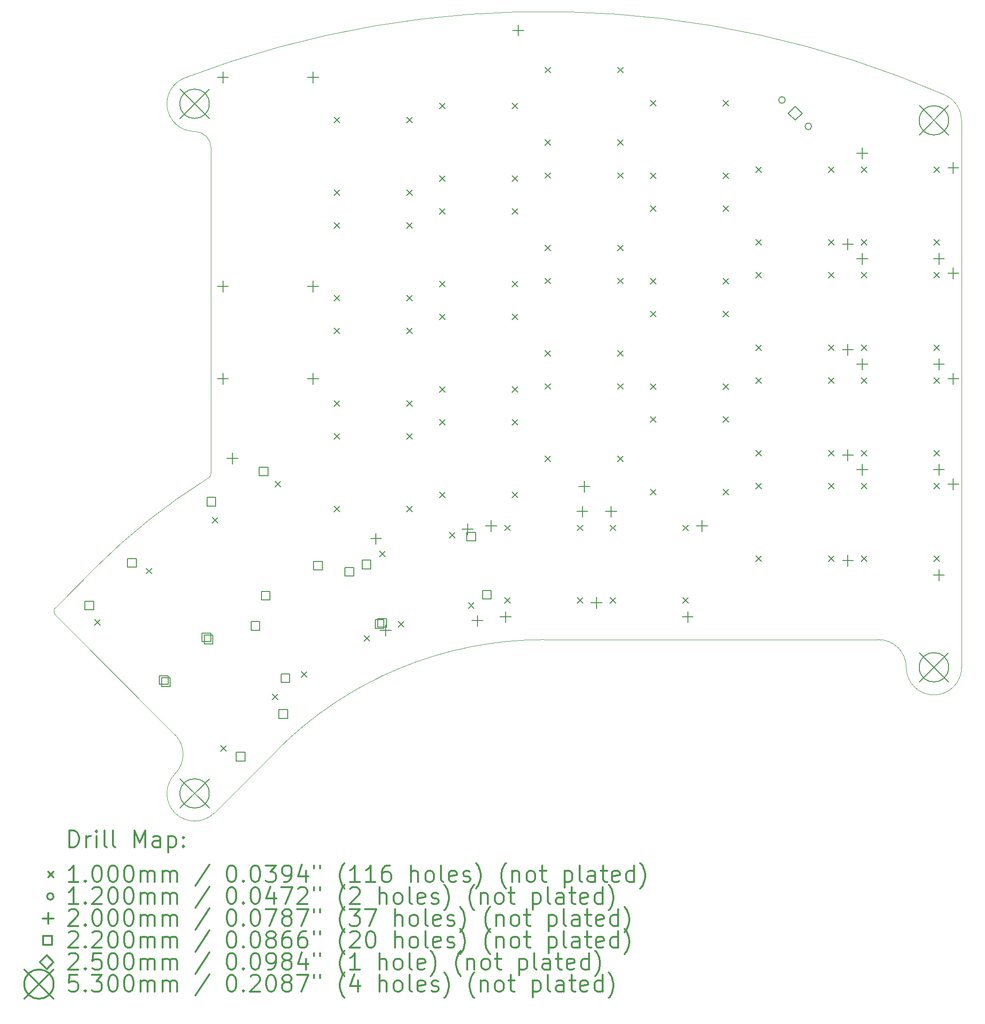
<source format=gbr>
%FSLAX45Y45*%
G04 Gerber Fmt 4.5, Leading zero omitted, Abs format (unit mm)*
G04 Created by KiCad (PCBNEW 5.1.12-84ad8e8a86~92~ubuntu20.04.1) date 2021-11-16 23:53:48*
%MOMM*%
%LPD*%
G01*
G04 APERTURE LIST*
%TA.AperFunction,Profile*%
%ADD10C,0.120000*%
%TD*%
%TA.AperFunction,Profile*%
%ADD11C,0.100000*%
%TD*%
%ADD12C,0.200000*%
%ADD13C,0.300000*%
G04 APERTURE END LIST*
D10*
X7352485Y-12734402D02*
G75*
G02*
X7352485Y-12592980I70711J70711D01*
G01*
D11*
X9510337Y-14892253D02*
G75*
G02*
X9510337Y-15599360I-353553J-353553D01*
G01*
X10217443Y-16306467D02*
G75*
G02*
X9510337Y-15599360I-353553J353553D01*
G01*
X9864130Y-3993217D02*
G75*
G02*
X10161490Y-4290577I0J-297360D01*
G01*
X9864130Y-3993217D02*
G75*
G02*
X9685297Y-3026200I-240J500000D01*
G01*
X22222038Y-13174000D02*
G75*
G02*
X22722038Y-13674000I0J-500000D01*
G01*
X23722038Y-13674000D02*
G75*
G02*
X22722038Y-13674000I-500000J0D01*
G01*
X10161490Y-10169693D02*
G75*
G02*
X10114309Y-10254577I-100000J29D01*
G01*
X10161490Y-4290577D02*
X10161490Y-10169693D01*
X23421413Y-3334354D02*
G75*
G02*
X23722038Y-3792884I-199375J-458530D01*
G01*
X9685297Y-3026200D02*
G75*
G02*
X23421413Y-3334354I6490741J-16973160D01*
G01*
X8061271Y-11884194D02*
G75*
G02*
X10114309Y-10254577I8114767J-8115166D01*
G01*
X7352485Y-12592980D02*
X8061271Y-11884194D01*
X9510337Y-14892253D02*
X7352485Y-12734402D01*
X11350034Y-15173356D02*
X10217443Y-16306467D01*
X11350034Y-15173356D02*
G75*
G02*
X16176038Y-13174360I4826004J-4826004D01*
G01*
X16176038Y-13174360D02*
X22222038Y-13174000D01*
X23722038Y-3792884D02*
X23722038Y-13674000D01*
D12*
X8062298Y-12812945D02*
X8162298Y-12912945D01*
X8162298Y-12812945D02*
X8062298Y-12912945D01*
X8990022Y-11885221D02*
X9090022Y-11985221D01*
X9090022Y-11885221D02*
X8990022Y-11985221D01*
X10183422Y-10968814D02*
X10283422Y-11068814D01*
X10283422Y-10968814D02*
X10183422Y-11068814D01*
X10337061Y-15087708D02*
X10437061Y-15187708D01*
X10437061Y-15087708D02*
X10337061Y-15187708D01*
X11264785Y-14159984D02*
X11364785Y-14259984D01*
X11364785Y-14159984D02*
X11264785Y-14259984D01*
X11319647Y-10312814D02*
X11419647Y-10412814D01*
X11419647Y-10312814D02*
X11319647Y-10412814D01*
X11791922Y-13754817D02*
X11891922Y-13854817D01*
X11891922Y-13754817D02*
X11791922Y-13854817D01*
X12389000Y-3734000D02*
X12489000Y-3834000D01*
X12489000Y-3734000D02*
X12389000Y-3834000D01*
X12389000Y-5046000D02*
X12489000Y-5146000D01*
X12489000Y-5046000D02*
X12389000Y-5146000D01*
X12389000Y-5639000D02*
X12489000Y-5739000D01*
X12489000Y-5639000D02*
X12389000Y-5739000D01*
X12389000Y-6951000D02*
X12489000Y-7051000D01*
X12489000Y-6951000D02*
X12389000Y-7051000D01*
X12389000Y-7544000D02*
X12489000Y-7644000D01*
X12489000Y-7544000D02*
X12389000Y-7644000D01*
X12389000Y-8856000D02*
X12489000Y-8956000D01*
X12489000Y-8856000D02*
X12389000Y-8956000D01*
X12389000Y-9449000D02*
X12489000Y-9549000D01*
X12489000Y-9449000D02*
X12389000Y-9549000D01*
X12389000Y-10761000D02*
X12489000Y-10861000D01*
X12489000Y-10761000D02*
X12389000Y-10861000D01*
X12928147Y-13098817D02*
X13028147Y-13198817D01*
X13028147Y-13098817D02*
X12928147Y-13198817D01*
X13204067Y-11577138D02*
X13304067Y-11677138D01*
X13304067Y-11577138D02*
X13204067Y-11677138D01*
X13543638Y-12844433D02*
X13643638Y-12944433D01*
X13643638Y-12844433D02*
X13543638Y-12944433D01*
X13701000Y-3734000D02*
X13801000Y-3834000D01*
X13801000Y-3734000D02*
X13701000Y-3834000D01*
X13701000Y-5046000D02*
X13801000Y-5146000D01*
X13801000Y-5046000D02*
X13701000Y-5146000D01*
X13701000Y-5639000D02*
X13801000Y-5739000D01*
X13801000Y-5639000D02*
X13701000Y-5739000D01*
X13701000Y-6951000D02*
X13801000Y-7051000D01*
X13801000Y-6951000D02*
X13701000Y-7051000D01*
X13701000Y-7544000D02*
X13801000Y-7644000D01*
X13801000Y-7544000D02*
X13701000Y-7644000D01*
X13701000Y-8856000D02*
X13801000Y-8956000D01*
X13801000Y-8856000D02*
X13701000Y-8956000D01*
X13701000Y-9449000D02*
X13801000Y-9549000D01*
X13801000Y-9449000D02*
X13701000Y-9549000D01*
X13701000Y-10761000D02*
X13801000Y-10861000D01*
X13801000Y-10761000D02*
X13701000Y-10861000D01*
X14294000Y-3484000D02*
X14394000Y-3584000D01*
X14394000Y-3484000D02*
X14294000Y-3584000D01*
X14294000Y-4796000D02*
X14394000Y-4896000D01*
X14394000Y-4796000D02*
X14294000Y-4896000D01*
X14294000Y-5389000D02*
X14394000Y-5489000D01*
X14394000Y-5389000D02*
X14294000Y-5489000D01*
X14294000Y-6701000D02*
X14394000Y-6801000D01*
X14394000Y-6701000D02*
X14294000Y-6801000D01*
X14294000Y-7294000D02*
X14394000Y-7394000D01*
X14394000Y-7294000D02*
X14294000Y-7394000D01*
X14294000Y-8606000D02*
X14394000Y-8706000D01*
X14394000Y-8606000D02*
X14294000Y-8706000D01*
X14294000Y-9199000D02*
X14394000Y-9299000D01*
X14394000Y-9199000D02*
X14294000Y-9299000D01*
X14294000Y-10511000D02*
X14394000Y-10611000D01*
X14394000Y-10511000D02*
X14294000Y-10611000D01*
X14471362Y-11237567D02*
X14571362Y-11337567D01*
X14571362Y-11237567D02*
X14471362Y-11337567D01*
X14810933Y-12504862D02*
X14910933Y-12604862D01*
X14910933Y-12504862D02*
X14810933Y-12604862D01*
X15470000Y-11106000D02*
X15570000Y-11206000D01*
X15570000Y-11106000D02*
X15470000Y-11206000D01*
X15470000Y-12418000D02*
X15570000Y-12518000D01*
X15570000Y-12418000D02*
X15470000Y-12518000D01*
X15606000Y-3484000D02*
X15706000Y-3584000D01*
X15706000Y-3484000D02*
X15606000Y-3584000D01*
X15606000Y-4796000D02*
X15706000Y-4896000D01*
X15706000Y-4796000D02*
X15606000Y-4896000D01*
X15606000Y-5389000D02*
X15706000Y-5489000D01*
X15706000Y-5389000D02*
X15606000Y-5489000D01*
X15606000Y-6701000D02*
X15706000Y-6801000D01*
X15706000Y-6701000D02*
X15606000Y-6801000D01*
X15606000Y-7294000D02*
X15706000Y-7394000D01*
X15706000Y-7294000D02*
X15606000Y-7394000D01*
X15606000Y-8606000D02*
X15706000Y-8706000D01*
X15706000Y-8606000D02*
X15606000Y-8706000D01*
X15606000Y-9199000D02*
X15706000Y-9299000D01*
X15706000Y-9199000D02*
X15606000Y-9299000D01*
X15606000Y-10511000D02*
X15706000Y-10611000D01*
X15706000Y-10511000D02*
X15606000Y-10611000D01*
X16199000Y-2834000D02*
X16299000Y-2934000D01*
X16299000Y-2834000D02*
X16199000Y-2934000D01*
X16199000Y-4146000D02*
X16299000Y-4246000D01*
X16299000Y-4146000D02*
X16199000Y-4246000D01*
X16199000Y-4739000D02*
X16299000Y-4839000D01*
X16299000Y-4739000D02*
X16199000Y-4839000D01*
X16199000Y-6051000D02*
X16299000Y-6151000D01*
X16299000Y-6051000D02*
X16199000Y-6151000D01*
X16199000Y-6644000D02*
X16299000Y-6744000D01*
X16299000Y-6644000D02*
X16199000Y-6744000D01*
X16199000Y-7956000D02*
X16299000Y-8056000D01*
X16299000Y-7956000D02*
X16199000Y-8056000D01*
X16199000Y-8549000D02*
X16299000Y-8649000D01*
X16299000Y-8549000D02*
X16199000Y-8649000D01*
X16199000Y-9861000D02*
X16299000Y-9961000D01*
X16299000Y-9861000D02*
X16199000Y-9961000D01*
X16782000Y-11106000D02*
X16882000Y-11206000D01*
X16882000Y-11106000D02*
X16782000Y-11206000D01*
X16782000Y-12418000D02*
X16882000Y-12518000D01*
X16882000Y-12418000D02*
X16782000Y-12518000D01*
X17375000Y-11106000D02*
X17475000Y-11206000D01*
X17475000Y-11106000D02*
X17375000Y-11206000D01*
X17375000Y-12418000D02*
X17475000Y-12518000D01*
X17475000Y-12418000D02*
X17375000Y-12518000D01*
X17511000Y-2834000D02*
X17611000Y-2934000D01*
X17611000Y-2834000D02*
X17511000Y-2934000D01*
X17511000Y-4146000D02*
X17611000Y-4246000D01*
X17611000Y-4146000D02*
X17511000Y-4246000D01*
X17511000Y-4739000D02*
X17611000Y-4839000D01*
X17611000Y-4739000D02*
X17511000Y-4839000D01*
X17511000Y-6051000D02*
X17611000Y-6151000D01*
X17611000Y-6051000D02*
X17511000Y-6151000D01*
X17511000Y-6644000D02*
X17611000Y-6744000D01*
X17611000Y-6644000D02*
X17511000Y-6744000D01*
X17511000Y-7956000D02*
X17611000Y-8056000D01*
X17611000Y-7956000D02*
X17511000Y-8056000D01*
X17511000Y-8549000D02*
X17611000Y-8649000D01*
X17611000Y-8549000D02*
X17511000Y-8649000D01*
X17511000Y-9861000D02*
X17611000Y-9961000D01*
X17611000Y-9861000D02*
X17511000Y-9961000D01*
X18104000Y-3434000D02*
X18204000Y-3534000D01*
X18204000Y-3434000D02*
X18104000Y-3534000D01*
X18104000Y-4746000D02*
X18204000Y-4846000D01*
X18204000Y-4746000D02*
X18104000Y-4846000D01*
X18104000Y-5339000D02*
X18204000Y-5439000D01*
X18204000Y-5339000D02*
X18104000Y-5439000D01*
X18104000Y-6651000D02*
X18204000Y-6751000D01*
X18204000Y-6651000D02*
X18104000Y-6751000D01*
X18104000Y-7244000D02*
X18204000Y-7344000D01*
X18204000Y-7244000D02*
X18104000Y-7344000D01*
X18104000Y-8556000D02*
X18204000Y-8656000D01*
X18204000Y-8556000D02*
X18104000Y-8656000D01*
X18104000Y-9149000D02*
X18204000Y-9249000D01*
X18204000Y-9149000D02*
X18104000Y-9249000D01*
X18104000Y-10461000D02*
X18204000Y-10561000D01*
X18204000Y-10461000D02*
X18104000Y-10561000D01*
X18687000Y-11106000D02*
X18787000Y-11206000D01*
X18787000Y-11106000D02*
X18687000Y-11206000D01*
X18687000Y-12418000D02*
X18787000Y-12518000D01*
X18787000Y-12418000D02*
X18687000Y-12518000D01*
X19416000Y-3434000D02*
X19516000Y-3534000D01*
X19516000Y-3434000D02*
X19416000Y-3534000D01*
X19416000Y-4746000D02*
X19516000Y-4846000D01*
X19516000Y-4746000D02*
X19416000Y-4846000D01*
X19416000Y-5339000D02*
X19516000Y-5439000D01*
X19516000Y-5339000D02*
X19416000Y-5439000D01*
X19416000Y-6651000D02*
X19516000Y-6751000D01*
X19516000Y-6651000D02*
X19416000Y-6751000D01*
X19416000Y-7244000D02*
X19516000Y-7344000D01*
X19516000Y-7244000D02*
X19416000Y-7344000D01*
X19416000Y-8556000D02*
X19516000Y-8656000D01*
X19516000Y-8556000D02*
X19416000Y-8656000D01*
X19416000Y-9149000D02*
X19516000Y-9249000D01*
X19516000Y-9149000D02*
X19416000Y-9249000D01*
X19416000Y-10461000D02*
X19516000Y-10561000D01*
X19516000Y-10461000D02*
X19416000Y-10561000D01*
X20009000Y-4634000D02*
X20109000Y-4734000D01*
X20109000Y-4634000D02*
X20009000Y-4734000D01*
X20009000Y-5946000D02*
X20109000Y-6046000D01*
X20109000Y-5946000D02*
X20009000Y-6046000D01*
X20009000Y-6539000D02*
X20109000Y-6639000D01*
X20109000Y-6539000D02*
X20009000Y-6639000D01*
X20009000Y-7851000D02*
X20109000Y-7951000D01*
X20109000Y-7851000D02*
X20009000Y-7951000D01*
X20009000Y-8444000D02*
X20109000Y-8544000D01*
X20109000Y-8444000D02*
X20009000Y-8544000D01*
X20009000Y-9756000D02*
X20109000Y-9856000D01*
X20109000Y-9756000D02*
X20009000Y-9856000D01*
X20009000Y-10349000D02*
X20109000Y-10449000D01*
X20109000Y-10349000D02*
X20009000Y-10449000D01*
X20009000Y-11661000D02*
X20109000Y-11761000D01*
X20109000Y-11661000D02*
X20009000Y-11761000D01*
X21321000Y-4634000D02*
X21421000Y-4734000D01*
X21421000Y-4634000D02*
X21321000Y-4734000D01*
X21321000Y-5946000D02*
X21421000Y-6046000D01*
X21421000Y-5946000D02*
X21321000Y-6046000D01*
X21321000Y-6539000D02*
X21421000Y-6639000D01*
X21421000Y-6539000D02*
X21321000Y-6639000D01*
X21321000Y-7851000D02*
X21421000Y-7951000D01*
X21421000Y-7851000D02*
X21321000Y-7951000D01*
X21321000Y-8444000D02*
X21421000Y-8544000D01*
X21421000Y-8444000D02*
X21321000Y-8544000D01*
X21321000Y-9756000D02*
X21421000Y-9856000D01*
X21421000Y-9756000D02*
X21321000Y-9856000D01*
X21321000Y-10349000D02*
X21421000Y-10449000D01*
X21421000Y-10349000D02*
X21321000Y-10449000D01*
X21321000Y-11661000D02*
X21421000Y-11761000D01*
X21421000Y-11661000D02*
X21321000Y-11761000D01*
X21914000Y-4634000D02*
X22014000Y-4734000D01*
X22014000Y-4634000D02*
X21914000Y-4734000D01*
X21914000Y-5946000D02*
X22014000Y-6046000D01*
X22014000Y-5946000D02*
X21914000Y-6046000D01*
X21914000Y-6539000D02*
X22014000Y-6639000D01*
X22014000Y-6539000D02*
X21914000Y-6639000D01*
X21914000Y-7851000D02*
X22014000Y-7951000D01*
X22014000Y-7851000D02*
X21914000Y-7951000D01*
X21914000Y-8444000D02*
X22014000Y-8544000D01*
X22014000Y-8444000D02*
X21914000Y-8544000D01*
X21914000Y-9756000D02*
X22014000Y-9856000D01*
X22014000Y-9756000D02*
X21914000Y-9856000D01*
X21914000Y-10349000D02*
X22014000Y-10449000D01*
X22014000Y-10349000D02*
X21914000Y-10449000D01*
X21914000Y-11661000D02*
X22014000Y-11761000D01*
X22014000Y-11661000D02*
X21914000Y-11761000D01*
X23226000Y-4634000D02*
X23326000Y-4734000D01*
X23326000Y-4634000D02*
X23226000Y-4734000D01*
X23226000Y-5946000D02*
X23326000Y-6046000D01*
X23326000Y-5946000D02*
X23226000Y-6046000D01*
X23226000Y-6539000D02*
X23326000Y-6639000D01*
X23326000Y-6539000D02*
X23226000Y-6639000D01*
X23226000Y-7851000D02*
X23326000Y-7951000D01*
X23326000Y-7851000D02*
X23226000Y-7951000D01*
X23226000Y-8444000D02*
X23326000Y-8544000D01*
X23326000Y-8444000D02*
X23226000Y-8544000D01*
X23226000Y-9756000D02*
X23326000Y-9856000D01*
X23326000Y-9756000D02*
X23226000Y-9856000D01*
X23226000Y-10349000D02*
X23326000Y-10449000D01*
X23326000Y-10349000D02*
X23226000Y-10449000D01*
X23226000Y-11661000D02*
X23326000Y-11761000D01*
X23326000Y-11661000D02*
X23226000Y-11761000D01*
X20536875Y-3425625D02*
G75*
G03*
X20536875Y-3425625I-60000J0D01*
G01*
X21013125Y-3901875D02*
G75*
G03*
X21013125Y-3901875I-60000J0D01*
G01*
X10375625Y-2915750D02*
X10375625Y-3115750D01*
X10275625Y-3015750D02*
X10475625Y-3015750D01*
X10375625Y-6691250D02*
X10375625Y-6891250D01*
X10275625Y-6791250D02*
X10475625Y-6791250D01*
X10375625Y-8358125D02*
X10375625Y-8558125D01*
X10275625Y-8458125D02*
X10475625Y-8458125D01*
X10550000Y-9800000D02*
X10550000Y-10000000D01*
X10450000Y-9900000D02*
X10650000Y-9900000D01*
X12004375Y-2915750D02*
X12004375Y-3115750D01*
X11904375Y-3015750D02*
X12104375Y-3015750D01*
X12004375Y-6691250D02*
X12004375Y-6891250D01*
X11904375Y-6791250D02*
X12104375Y-6791250D01*
X12004375Y-8358125D02*
X12004375Y-8558125D01*
X11904375Y-8458125D02*
X12104375Y-8458125D01*
X13142192Y-11250155D02*
X13142192Y-11450155D01*
X13042192Y-11350155D02*
X13242192Y-11350155D01*
X13316655Y-12906308D02*
X13316655Y-13106308D01*
X13216655Y-13006308D02*
X13416655Y-13006308D01*
X14798344Y-11075692D02*
X14798344Y-11275692D01*
X14698344Y-11175692D02*
X14898344Y-11175692D01*
X14972808Y-12731844D02*
X14972808Y-12931844D01*
X14872808Y-12831844D02*
X15072808Y-12831844D01*
X15223500Y-11019625D02*
X15223500Y-11219625D01*
X15123500Y-11119625D02*
X15323500Y-11119625D01*
X15483625Y-12664500D02*
X15483625Y-12864500D01*
X15383625Y-12764500D02*
X15583625Y-12764500D01*
X15714375Y-2065937D02*
X15714375Y-2265938D01*
X15614375Y-2165938D02*
X15814375Y-2165938D01*
X16868375Y-10759500D02*
X16868375Y-10959500D01*
X16768375Y-10859500D02*
X16968375Y-10859500D01*
X16905000Y-10305000D02*
X16905000Y-10505000D01*
X16805000Y-10405000D02*
X17005000Y-10405000D01*
X17128500Y-12404375D02*
X17128500Y-12604375D01*
X17028500Y-12504375D02*
X17228500Y-12504375D01*
X17128500Y-12404375D02*
X17128500Y-12604375D01*
X17028500Y-12504375D02*
X17228500Y-12504375D01*
X17388625Y-10759500D02*
X17388625Y-10959500D01*
X17288625Y-10859500D02*
X17488625Y-10859500D01*
X18773375Y-12664500D02*
X18773375Y-12864500D01*
X18673375Y-12764500D02*
X18873375Y-12764500D01*
X19033500Y-11019625D02*
X19033500Y-11219625D01*
X18933500Y-11119625D02*
X19133500Y-11119625D01*
X21667500Y-5932375D02*
X21667500Y-6132375D01*
X21567500Y-6032375D02*
X21767500Y-6032375D01*
X21667500Y-7837375D02*
X21667500Y-8037375D01*
X21567500Y-7937375D02*
X21767500Y-7937375D01*
X21667500Y-9742375D02*
X21667500Y-9942375D01*
X21567500Y-9842375D02*
X21767500Y-9842375D01*
X21667500Y-11647375D02*
X21667500Y-11847375D01*
X21567500Y-11747375D02*
X21767500Y-11747375D01*
X21927625Y-4287500D02*
X21927625Y-4487500D01*
X21827625Y-4387500D02*
X22027625Y-4387500D01*
X21927625Y-6192500D02*
X21927625Y-6392500D01*
X21827625Y-6292500D02*
X22027625Y-6292500D01*
X21927625Y-8097500D02*
X21927625Y-8297500D01*
X21827625Y-8197500D02*
X22027625Y-8197500D01*
X21927625Y-10002500D02*
X21927625Y-10202500D01*
X21827625Y-10102500D02*
X22027625Y-10102500D01*
X23312375Y-6192500D02*
X23312375Y-6392500D01*
X23212375Y-6292500D02*
X23412375Y-6292500D01*
X23312375Y-8097500D02*
X23312375Y-8297500D01*
X23212375Y-8197500D02*
X23412375Y-8197500D01*
X23312375Y-10002500D02*
X23312375Y-10202500D01*
X23212375Y-10102500D02*
X23412375Y-10102500D01*
X23312375Y-11907500D02*
X23312375Y-12107500D01*
X23212375Y-12007500D02*
X23412375Y-12007500D01*
X23572500Y-4547625D02*
X23572500Y-4747625D01*
X23472500Y-4647625D02*
X23672500Y-4647625D01*
X23572500Y-6452625D02*
X23572500Y-6652625D01*
X23472500Y-6552625D02*
X23672500Y-6552625D01*
X23572500Y-8357625D02*
X23572500Y-8557625D01*
X23472500Y-8457625D02*
X23672500Y-8457625D01*
X23572500Y-10262625D02*
X23572500Y-10462625D01*
X23472500Y-10362625D02*
X23672500Y-10362625D01*
X8039361Y-12633429D02*
X8039361Y-12477864D01*
X7883796Y-12477864D01*
X7883796Y-12633429D01*
X8039361Y-12633429D01*
X8810108Y-11862683D02*
X8810108Y-11707118D01*
X8654543Y-11707118D01*
X8654543Y-11862683D01*
X8810108Y-11862683D01*
X9386400Y-13980468D02*
X9386400Y-13824903D01*
X9230835Y-13824903D01*
X9230835Y-13980468D01*
X9386400Y-13980468D01*
X9425290Y-14019359D02*
X9425290Y-13863794D01*
X9269725Y-13863794D01*
X9269725Y-14019359D01*
X9425290Y-14019359D01*
X10157146Y-13209721D02*
X10157146Y-13054156D01*
X10001581Y-13054156D01*
X10001581Y-13209721D01*
X10157146Y-13209721D01*
X10196037Y-13248612D02*
X10196037Y-13093047D01*
X10040472Y-13093047D01*
X10040472Y-13248612D01*
X10196037Y-13248612D01*
X10245837Y-10761009D02*
X10245837Y-10605444D01*
X10090272Y-10605444D01*
X10090272Y-10761009D01*
X10245837Y-10761009D01*
X10772329Y-15366397D02*
X10772329Y-15210832D01*
X10616764Y-15210832D01*
X10616764Y-15366397D01*
X10772329Y-15366397D01*
X11039116Y-13005009D02*
X11039116Y-12849444D01*
X10883551Y-12849444D01*
X10883551Y-13005009D01*
X11039116Y-13005009D01*
X11189804Y-10216009D02*
X11189804Y-10060444D01*
X11034240Y-10060444D01*
X11034240Y-10216009D01*
X11189804Y-10216009D01*
X11225837Y-12458419D02*
X11225837Y-12302854D01*
X11070272Y-12302854D01*
X11070272Y-12458419D01*
X11225837Y-12458419D01*
X11543075Y-14595651D02*
X11543075Y-14440086D01*
X11387510Y-14440086D01*
X11387510Y-14595651D01*
X11543075Y-14595651D01*
X11584116Y-13948976D02*
X11584116Y-13793411D01*
X11428551Y-13793411D01*
X11428551Y-13948976D01*
X11584116Y-13948976D01*
X12169804Y-11913419D02*
X12169804Y-11757854D01*
X12014239Y-11757854D01*
X12014239Y-11913419D01*
X12169804Y-11913419D01*
X12736526Y-12025009D02*
X12736526Y-11869444D01*
X12580961Y-11869444D01*
X12580961Y-12025009D01*
X12736526Y-12025009D01*
X13047205Y-11896321D02*
X13047205Y-11740756D01*
X12891640Y-11740756D01*
X12891640Y-11896321D01*
X13047205Y-11896321D01*
X13281526Y-12968976D02*
X13281526Y-12813411D01*
X13125961Y-12813411D01*
X13125961Y-12968976D01*
X13281526Y-12968976D01*
X13329318Y-12949180D02*
X13329318Y-12793615D01*
X13173753Y-12793615D01*
X13173753Y-12949180D01*
X13329318Y-12949180D01*
X14940420Y-11389036D02*
X14940420Y-11233471D01*
X14784855Y-11233471D01*
X14784855Y-11389036D01*
X14940420Y-11389036D01*
X15222533Y-12441895D02*
X15222533Y-12286330D01*
X15066968Y-12286330D01*
X15066968Y-12441895D01*
X15222533Y-12441895D01*
X20715000Y-3788750D02*
X20840000Y-3663750D01*
X20715000Y-3538750D01*
X20590000Y-3663750D01*
X20715000Y-3788750D01*
X9598890Y-3228217D02*
X10128890Y-3758217D01*
X10128890Y-3228217D02*
X9598890Y-3758217D01*
X10128890Y-3493217D02*
G75*
G03*
X10128890Y-3493217I-265000J0D01*
G01*
X9598890Y-15687914D02*
X10128890Y-16217914D01*
X10128890Y-15687914D02*
X9598890Y-16217914D01*
X10128890Y-15952914D02*
G75*
G03*
X10128890Y-15952914I-265000J0D01*
G01*
X22957038Y-3527884D02*
X23487038Y-4057884D01*
X23487038Y-3527884D02*
X22957038Y-4057884D01*
X23487038Y-3792884D02*
G75*
G03*
X23487038Y-3792884I-265000J0D01*
G01*
X22957038Y-13409000D02*
X23487038Y-13939000D01*
X23487038Y-13409000D02*
X22957038Y-13939000D01*
X23487038Y-13674000D02*
G75*
G03*
X23487038Y-13674000I-265000J0D01*
G01*
D13*
X7603624Y-16923628D02*
X7603624Y-16623628D01*
X7675052Y-16623628D01*
X7717910Y-16637914D01*
X7746481Y-16666485D01*
X7760767Y-16695057D01*
X7775052Y-16752199D01*
X7775052Y-16795057D01*
X7760767Y-16852200D01*
X7746481Y-16880771D01*
X7717910Y-16909342D01*
X7675052Y-16923628D01*
X7603624Y-16923628D01*
X7903624Y-16923628D02*
X7903624Y-16723628D01*
X7903624Y-16780771D02*
X7917910Y-16752199D01*
X7932195Y-16737914D01*
X7960767Y-16723628D01*
X7989338Y-16723628D01*
X8089338Y-16923628D02*
X8089338Y-16723628D01*
X8089338Y-16623628D02*
X8075052Y-16637914D01*
X8089338Y-16652199D01*
X8103624Y-16637914D01*
X8089338Y-16623628D01*
X8089338Y-16652199D01*
X8275052Y-16923628D02*
X8246481Y-16909342D01*
X8232195Y-16880771D01*
X8232195Y-16623628D01*
X8432195Y-16923628D02*
X8403624Y-16909342D01*
X8389338Y-16880771D01*
X8389338Y-16623628D01*
X8775053Y-16923628D02*
X8775053Y-16623628D01*
X8875053Y-16837914D01*
X8975053Y-16623628D01*
X8975053Y-16923628D01*
X9246481Y-16923628D02*
X9246481Y-16766485D01*
X9232195Y-16737914D01*
X9203624Y-16723628D01*
X9146481Y-16723628D01*
X9117910Y-16737914D01*
X9246481Y-16909342D02*
X9217910Y-16923628D01*
X9146481Y-16923628D01*
X9117910Y-16909342D01*
X9103624Y-16880771D01*
X9103624Y-16852200D01*
X9117910Y-16823628D01*
X9146481Y-16809342D01*
X9217910Y-16809342D01*
X9246481Y-16795057D01*
X9389338Y-16723628D02*
X9389338Y-17023628D01*
X9389338Y-16737914D02*
X9417910Y-16723628D01*
X9475053Y-16723628D01*
X9503624Y-16737914D01*
X9517910Y-16752199D01*
X9532195Y-16780771D01*
X9532195Y-16866485D01*
X9517910Y-16895057D01*
X9503624Y-16909342D01*
X9475053Y-16923628D01*
X9417910Y-16923628D01*
X9389338Y-16909342D01*
X9660767Y-16895057D02*
X9675053Y-16909342D01*
X9660767Y-16923628D01*
X9646481Y-16909342D01*
X9660767Y-16895057D01*
X9660767Y-16923628D01*
X9660767Y-16737914D02*
X9675053Y-16752199D01*
X9660767Y-16766485D01*
X9646481Y-16752199D01*
X9660767Y-16737914D01*
X9660767Y-16766485D01*
X7217195Y-17367914D02*
X7317195Y-17467914D01*
X7317195Y-17367914D02*
X7217195Y-17467914D01*
X7760767Y-17553628D02*
X7589338Y-17553628D01*
X7675052Y-17553628D02*
X7675052Y-17253628D01*
X7646481Y-17296485D01*
X7617910Y-17325057D01*
X7589338Y-17339342D01*
X7889338Y-17525057D02*
X7903624Y-17539342D01*
X7889338Y-17553628D01*
X7875052Y-17539342D01*
X7889338Y-17525057D01*
X7889338Y-17553628D01*
X8089338Y-17253628D02*
X8117910Y-17253628D01*
X8146481Y-17267914D01*
X8160767Y-17282200D01*
X8175052Y-17310771D01*
X8189338Y-17367914D01*
X8189338Y-17439342D01*
X8175052Y-17496485D01*
X8160767Y-17525057D01*
X8146481Y-17539342D01*
X8117910Y-17553628D01*
X8089338Y-17553628D01*
X8060767Y-17539342D01*
X8046481Y-17525057D01*
X8032195Y-17496485D01*
X8017910Y-17439342D01*
X8017910Y-17367914D01*
X8032195Y-17310771D01*
X8046481Y-17282200D01*
X8060767Y-17267914D01*
X8089338Y-17253628D01*
X8375052Y-17253628D02*
X8403624Y-17253628D01*
X8432195Y-17267914D01*
X8446481Y-17282200D01*
X8460767Y-17310771D01*
X8475053Y-17367914D01*
X8475053Y-17439342D01*
X8460767Y-17496485D01*
X8446481Y-17525057D01*
X8432195Y-17539342D01*
X8403624Y-17553628D01*
X8375052Y-17553628D01*
X8346481Y-17539342D01*
X8332195Y-17525057D01*
X8317910Y-17496485D01*
X8303624Y-17439342D01*
X8303624Y-17367914D01*
X8317910Y-17310771D01*
X8332195Y-17282200D01*
X8346481Y-17267914D01*
X8375052Y-17253628D01*
X8660767Y-17253628D02*
X8689338Y-17253628D01*
X8717910Y-17267914D01*
X8732195Y-17282200D01*
X8746481Y-17310771D01*
X8760767Y-17367914D01*
X8760767Y-17439342D01*
X8746481Y-17496485D01*
X8732195Y-17525057D01*
X8717910Y-17539342D01*
X8689338Y-17553628D01*
X8660767Y-17553628D01*
X8632195Y-17539342D01*
X8617910Y-17525057D01*
X8603624Y-17496485D01*
X8589338Y-17439342D01*
X8589338Y-17367914D01*
X8603624Y-17310771D01*
X8617910Y-17282200D01*
X8632195Y-17267914D01*
X8660767Y-17253628D01*
X8889338Y-17553628D02*
X8889338Y-17353628D01*
X8889338Y-17382200D02*
X8903624Y-17367914D01*
X8932195Y-17353628D01*
X8975053Y-17353628D01*
X9003624Y-17367914D01*
X9017910Y-17396485D01*
X9017910Y-17553628D01*
X9017910Y-17396485D02*
X9032195Y-17367914D01*
X9060767Y-17353628D01*
X9103624Y-17353628D01*
X9132195Y-17367914D01*
X9146481Y-17396485D01*
X9146481Y-17553628D01*
X9289338Y-17553628D02*
X9289338Y-17353628D01*
X9289338Y-17382200D02*
X9303624Y-17367914D01*
X9332195Y-17353628D01*
X9375053Y-17353628D01*
X9403624Y-17367914D01*
X9417910Y-17396485D01*
X9417910Y-17553628D01*
X9417910Y-17396485D02*
X9432195Y-17367914D01*
X9460767Y-17353628D01*
X9503624Y-17353628D01*
X9532195Y-17367914D01*
X9546481Y-17396485D01*
X9546481Y-17553628D01*
X10132195Y-17239342D02*
X9875053Y-17625057D01*
X10517910Y-17253628D02*
X10546481Y-17253628D01*
X10575053Y-17267914D01*
X10589338Y-17282200D01*
X10603624Y-17310771D01*
X10617910Y-17367914D01*
X10617910Y-17439342D01*
X10603624Y-17496485D01*
X10589338Y-17525057D01*
X10575053Y-17539342D01*
X10546481Y-17553628D01*
X10517910Y-17553628D01*
X10489338Y-17539342D01*
X10475053Y-17525057D01*
X10460767Y-17496485D01*
X10446481Y-17439342D01*
X10446481Y-17367914D01*
X10460767Y-17310771D01*
X10475053Y-17282200D01*
X10489338Y-17267914D01*
X10517910Y-17253628D01*
X10746481Y-17525057D02*
X10760767Y-17539342D01*
X10746481Y-17553628D01*
X10732195Y-17539342D01*
X10746481Y-17525057D01*
X10746481Y-17553628D01*
X10946481Y-17253628D02*
X10975053Y-17253628D01*
X11003624Y-17267914D01*
X11017910Y-17282200D01*
X11032195Y-17310771D01*
X11046481Y-17367914D01*
X11046481Y-17439342D01*
X11032195Y-17496485D01*
X11017910Y-17525057D01*
X11003624Y-17539342D01*
X10975053Y-17553628D01*
X10946481Y-17553628D01*
X10917910Y-17539342D01*
X10903624Y-17525057D01*
X10889338Y-17496485D01*
X10875053Y-17439342D01*
X10875053Y-17367914D01*
X10889338Y-17310771D01*
X10903624Y-17282200D01*
X10917910Y-17267914D01*
X10946481Y-17253628D01*
X11146481Y-17253628D02*
X11332195Y-17253628D01*
X11232195Y-17367914D01*
X11275052Y-17367914D01*
X11303624Y-17382200D01*
X11317910Y-17396485D01*
X11332195Y-17425057D01*
X11332195Y-17496485D01*
X11317910Y-17525057D01*
X11303624Y-17539342D01*
X11275052Y-17553628D01*
X11189338Y-17553628D01*
X11160767Y-17539342D01*
X11146481Y-17525057D01*
X11475052Y-17553628D02*
X11532195Y-17553628D01*
X11560767Y-17539342D01*
X11575052Y-17525057D01*
X11603624Y-17482200D01*
X11617910Y-17425057D01*
X11617910Y-17310771D01*
X11603624Y-17282200D01*
X11589338Y-17267914D01*
X11560767Y-17253628D01*
X11503624Y-17253628D01*
X11475052Y-17267914D01*
X11460767Y-17282200D01*
X11446481Y-17310771D01*
X11446481Y-17382200D01*
X11460767Y-17410771D01*
X11475052Y-17425057D01*
X11503624Y-17439342D01*
X11560767Y-17439342D01*
X11589338Y-17425057D01*
X11603624Y-17410771D01*
X11617910Y-17382200D01*
X11875052Y-17353628D02*
X11875052Y-17553628D01*
X11803624Y-17239342D02*
X11732195Y-17453628D01*
X11917910Y-17453628D01*
X12017910Y-17253628D02*
X12017910Y-17310771D01*
X12132195Y-17253628D02*
X12132195Y-17310771D01*
X12575052Y-17667914D02*
X12560767Y-17653628D01*
X12532195Y-17610771D01*
X12517910Y-17582200D01*
X12503624Y-17539342D01*
X12489338Y-17467914D01*
X12489338Y-17410771D01*
X12503624Y-17339342D01*
X12517910Y-17296485D01*
X12532195Y-17267914D01*
X12560767Y-17225057D01*
X12575052Y-17210771D01*
X12846481Y-17553628D02*
X12675052Y-17553628D01*
X12760767Y-17553628D02*
X12760767Y-17253628D01*
X12732195Y-17296485D01*
X12703624Y-17325057D01*
X12675052Y-17339342D01*
X13132195Y-17553628D02*
X12960767Y-17553628D01*
X13046481Y-17553628D02*
X13046481Y-17253628D01*
X13017910Y-17296485D01*
X12989338Y-17325057D01*
X12960767Y-17339342D01*
X13389338Y-17253628D02*
X13332195Y-17253628D01*
X13303624Y-17267914D01*
X13289338Y-17282200D01*
X13260767Y-17325057D01*
X13246481Y-17382200D01*
X13246481Y-17496485D01*
X13260767Y-17525057D01*
X13275052Y-17539342D01*
X13303624Y-17553628D01*
X13360767Y-17553628D01*
X13389338Y-17539342D01*
X13403624Y-17525057D01*
X13417910Y-17496485D01*
X13417910Y-17425057D01*
X13403624Y-17396485D01*
X13389338Y-17382200D01*
X13360767Y-17367914D01*
X13303624Y-17367914D01*
X13275052Y-17382200D01*
X13260767Y-17396485D01*
X13246481Y-17425057D01*
X13775052Y-17553628D02*
X13775052Y-17253628D01*
X13903624Y-17553628D02*
X13903624Y-17396485D01*
X13889338Y-17367914D01*
X13860767Y-17353628D01*
X13817910Y-17353628D01*
X13789338Y-17367914D01*
X13775052Y-17382200D01*
X14089338Y-17553628D02*
X14060767Y-17539342D01*
X14046481Y-17525057D01*
X14032195Y-17496485D01*
X14032195Y-17410771D01*
X14046481Y-17382200D01*
X14060767Y-17367914D01*
X14089338Y-17353628D01*
X14132195Y-17353628D01*
X14160767Y-17367914D01*
X14175052Y-17382200D01*
X14189338Y-17410771D01*
X14189338Y-17496485D01*
X14175052Y-17525057D01*
X14160767Y-17539342D01*
X14132195Y-17553628D01*
X14089338Y-17553628D01*
X14360767Y-17553628D02*
X14332195Y-17539342D01*
X14317910Y-17510771D01*
X14317910Y-17253628D01*
X14589338Y-17539342D02*
X14560767Y-17553628D01*
X14503624Y-17553628D01*
X14475052Y-17539342D01*
X14460767Y-17510771D01*
X14460767Y-17396485D01*
X14475052Y-17367914D01*
X14503624Y-17353628D01*
X14560767Y-17353628D01*
X14589338Y-17367914D01*
X14603624Y-17396485D01*
X14603624Y-17425057D01*
X14460767Y-17453628D01*
X14717910Y-17539342D02*
X14746481Y-17553628D01*
X14803624Y-17553628D01*
X14832195Y-17539342D01*
X14846481Y-17510771D01*
X14846481Y-17496485D01*
X14832195Y-17467914D01*
X14803624Y-17453628D01*
X14760767Y-17453628D01*
X14732195Y-17439342D01*
X14717910Y-17410771D01*
X14717910Y-17396485D01*
X14732195Y-17367914D01*
X14760767Y-17353628D01*
X14803624Y-17353628D01*
X14832195Y-17367914D01*
X14946481Y-17667914D02*
X14960767Y-17653628D01*
X14989338Y-17610771D01*
X15003624Y-17582200D01*
X15017910Y-17539342D01*
X15032195Y-17467914D01*
X15032195Y-17410771D01*
X15017910Y-17339342D01*
X15003624Y-17296485D01*
X14989338Y-17267914D01*
X14960767Y-17225057D01*
X14946481Y-17210771D01*
X15489338Y-17667914D02*
X15475052Y-17653628D01*
X15446481Y-17610771D01*
X15432195Y-17582200D01*
X15417910Y-17539342D01*
X15403624Y-17467914D01*
X15403624Y-17410771D01*
X15417910Y-17339342D01*
X15432195Y-17296485D01*
X15446481Y-17267914D01*
X15475052Y-17225057D01*
X15489338Y-17210771D01*
X15603624Y-17353628D02*
X15603624Y-17553628D01*
X15603624Y-17382200D02*
X15617910Y-17367914D01*
X15646481Y-17353628D01*
X15689338Y-17353628D01*
X15717910Y-17367914D01*
X15732195Y-17396485D01*
X15732195Y-17553628D01*
X15917910Y-17553628D02*
X15889338Y-17539342D01*
X15875052Y-17525057D01*
X15860767Y-17496485D01*
X15860767Y-17410771D01*
X15875052Y-17382200D01*
X15889338Y-17367914D01*
X15917910Y-17353628D01*
X15960767Y-17353628D01*
X15989338Y-17367914D01*
X16003624Y-17382200D01*
X16017910Y-17410771D01*
X16017910Y-17496485D01*
X16003624Y-17525057D01*
X15989338Y-17539342D01*
X15960767Y-17553628D01*
X15917910Y-17553628D01*
X16103624Y-17353628D02*
X16217910Y-17353628D01*
X16146481Y-17253628D02*
X16146481Y-17510771D01*
X16160767Y-17539342D01*
X16189338Y-17553628D01*
X16217910Y-17553628D01*
X16546481Y-17353628D02*
X16546481Y-17653628D01*
X16546481Y-17367914D02*
X16575052Y-17353628D01*
X16632195Y-17353628D01*
X16660767Y-17367914D01*
X16675052Y-17382200D01*
X16689338Y-17410771D01*
X16689338Y-17496485D01*
X16675052Y-17525057D01*
X16660767Y-17539342D01*
X16632195Y-17553628D01*
X16575052Y-17553628D01*
X16546481Y-17539342D01*
X16860767Y-17553628D02*
X16832195Y-17539342D01*
X16817910Y-17510771D01*
X16817910Y-17253628D01*
X17103624Y-17553628D02*
X17103624Y-17396485D01*
X17089338Y-17367914D01*
X17060767Y-17353628D01*
X17003624Y-17353628D01*
X16975053Y-17367914D01*
X17103624Y-17539342D02*
X17075053Y-17553628D01*
X17003624Y-17553628D01*
X16975053Y-17539342D01*
X16960767Y-17510771D01*
X16960767Y-17482200D01*
X16975053Y-17453628D01*
X17003624Y-17439342D01*
X17075053Y-17439342D01*
X17103624Y-17425057D01*
X17203624Y-17353628D02*
X17317910Y-17353628D01*
X17246481Y-17253628D02*
X17246481Y-17510771D01*
X17260767Y-17539342D01*
X17289338Y-17553628D01*
X17317910Y-17553628D01*
X17532195Y-17539342D02*
X17503624Y-17553628D01*
X17446481Y-17553628D01*
X17417910Y-17539342D01*
X17403624Y-17510771D01*
X17403624Y-17396485D01*
X17417910Y-17367914D01*
X17446481Y-17353628D01*
X17503624Y-17353628D01*
X17532195Y-17367914D01*
X17546481Y-17396485D01*
X17546481Y-17425057D01*
X17403624Y-17453628D01*
X17803624Y-17553628D02*
X17803624Y-17253628D01*
X17803624Y-17539342D02*
X17775053Y-17553628D01*
X17717910Y-17553628D01*
X17689338Y-17539342D01*
X17675053Y-17525057D01*
X17660767Y-17496485D01*
X17660767Y-17410771D01*
X17675053Y-17382200D01*
X17689338Y-17367914D01*
X17717910Y-17353628D01*
X17775053Y-17353628D01*
X17803624Y-17367914D01*
X17917910Y-17667914D02*
X17932195Y-17653628D01*
X17960767Y-17610771D01*
X17975053Y-17582200D01*
X17989338Y-17539342D01*
X18003624Y-17467914D01*
X18003624Y-17410771D01*
X17989338Y-17339342D01*
X17975053Y-17296485D01*
X17960767Y-17267914D01*
X17932195Y-17225057D01*
X17917910Y-17210771D01*
X7317195Y-17813914D02*
G75*
G03*
X7317195Y-17813914I-60000J0D01*
G01*
X7760767Y-17949628D02*
X7589338Y-17949628D01*
X7675052Y-17949628D02*
X7675052Y-17649628D01*
X7646481Y-17692485D01*
X7617910Y-17721057D01*
X7589338Y-17735342D01*
X7889338Y-17921057D02*
X7903624Y-17935342D01*
X7889338Y-17949628D01*
X7875052Y-17935342D01*
X7889338Y-17921057D01*
X7889338Y-17949628D01*
X8017910Y-17678200D02*
X8032195Y-17663914D01*
X8060767Y-17649628D01*
X8132195Y-17649628D01*
X8160767Y-17663914D01*
X8175052Y-17678200D01*
X8189338Y-17706771D01*
X8189338Y-17735342D01*
X8175052Y-17778200D01*
X8003624Y-17949628D01*
X8189338Y-17949628D01*
X8375052Y-17649628D02*
X8403624Y-17649628D01*
X8432195Y-17663914D01*
X8446481Y-17678200D01*
X8460767Y-17706771D01*
X8475053Y-17763914D01*
X8475053Y-17835342D01*
X8460767Y-17892485D01*
X8446481Y-17921057D01*
X8432195Y-17935342D01*
X8403624Y-17949628D01*
X8375052Y-17949628D01*
X8346481Y-17935342D01*
X8332195Y-17921057D01*
X8317910Y-17892485D01*
X8303624Y-17835342D01*
X8303624Y-17763914D01*
X8317910Y-17706771D01*
X8332195Y-17678200D01*
X8346481Y-17663914D01*
X8375052Y-17649628D01*
X8660767Y-17649628D02*
X8689338Y-17649628D01*
X8717910Y-17663914D01*
X8732195Y-17678200D01*
X8746481Y-17706771D01*
X8760767Y-17763914D01*
X8760767Y-17835342D01*
X8746481Y-17892485D01*
X8732195Y-17921057D01*
X8717910Y-17935342D01*
X8689338Y-17949628D01*
X8660767Y-17949628D01*
X8632195Y-17935342D01*
X8617910Y-17921057D01*
X8603624Y-17892485D01*
X8589338Y-17835342D01*
X8589338Y-17763914D01*
X8603624Y-17706771D01*
X8617910Y-17678200D01*
X8632195Y-17663914D01*
X8660767Y-17649628D01*
X8889338Y-17949628D02*
X8889338Y-17749628D01*
X8889338Y-17778200D02*
X8903624Y-17763914D01*
X8932195Y-17749628D01*
X8975053Y-17749628D01*
X9003624Y-17763914D01*
X9017910Y-17792485D01*
X9017910Y-17949628D01*
X9017910Y-17792485D02*
X9032195Y-17763914D01*
X9060767Y-17749628D01*
X9103624Y-17749628D01*
X9132195Y-17763914D01*
X9146481Y-17792485D01*
X9146481Y-17949628D01*
X9289338Y-17949628D02*
X9289338Y-17749628D01*
X9289338Y-17778200D02*
X9303624Y-17763914D01*
X9332195Y-17749628D01*
X9375053Y-17749628D01*
X9403624Y-17763914D01*
X9417910Y-17792485D01*
X9417910Y-17949628D01*
X9417910Y-17792485D02*
X9432195Y-17763914D01*
X9460767Y-17749628D01*
X9503624Y-17749628D01*
X9532195Y-17763914D01*
X9546481Y-17792485D01*
X9546481Y-17949628D01*
X10132195Y-17635342D02*
X9875053Y-18021057D01*
X10517910Y-17649628D02*
X10546481Y-17649628D01*
X10575053Y-17663914D01*
X10589338Y-17678200D01*
X10603624Y-17706771D01*
X10617910Y-17763914D01*
X10617910Y-17835342D01*
X10603624Y-17892485D01*
X10589338Y-17921057D01*
X10575053Y-17935342D01*
X10546481Y-17949628D01*
X10517910Y-17949628D01*
X10489338Y-17935342D01*
X10475053Y-17921057D01*
X10460767Y-17892485D01*
X10446481Y-17835342D01*
X10446481Y-17763914D01*
X10460767Y-17706771D01*
X10475053Y-17678200D01*
X10489338Y-17663914D01*
X10517910Y-17649628D01*
X10746481Y-17921057D02*
X10760767Y-17935342D01*
X10746481Y-17949628D01*
X10732195Y-17935342D01*
X10746481Y-17921057D01*
X10746481Y-17949628D01*
X10946481Y-17649628D02*
X10975053Y-17649628D01*
X11003624Y-17663914D01*
X11017910Y-17678200D01*
X11032195Y-17706771D01*
X11046481Y-17763914D01*
X11046481Y-17835342D01*
X11032195Y-17892485D01*
X11017910Y-17921057D01*
X11003624Y-17935342D01*
X10975053Y-17949628D01*
X10946481Y-17949628D01*
X10917910Y-17935342D01*
X10903624Y-17921057D01*
X10889338Y-17892485D01*
X10875053Y-17835342D01*
X10875053Y-17763914D01*
X10889338Y-17706771D01*
X10903624Y-17678200D01*
X10917910Y-17663914D01*
X10946481Y-17649628D01*
X11303624Y-17749628D02*
X11303624Y-17949628D01*
X11232195Y-17635342D02*
X11160767Y-17849628D01*
X11346481Y-17849628D01*
X11432195Y-17649628D02*
X11632195Y-17649628D01*
X11503624Y-17949628D01*
X11732195Y-17678200D02*
X11746481Y-17663914D01*
X11775052Y-17649628D01*
X11846481Y-17649628D01*
X11875052Y-17663914D01*
X11889338Y-17678200D01*
X11903624Y-17706771D01*
X11903624Y-17735342D01*
X11889338Y-17778200D01*
X11717910Y-17949628D01*
X11903624Y-17949628D01*
X12017910Y-17649628D02*
X12017910Y-17706771D01*
X12132195Y-17649628D02*
X12132195Y-17706771D01*
X12575052Y-18063914D02*
X12560767Y-18049628D01*
X12532195Y-18006771D01*
X12517910Y-17978200D01*
X12503624Y-17935342D01*
X12489338Y-17863914D01*
X12489338Y-17806771D01*
X12503624Y-17735342D01*
X12517910Y-17692485D01*
X12532195Y-17663914D01*
X12560767Y-17621057D01*
X12575052Y-17606771D01*
X12675052Y-17678200D02*
X12689338Y-17663914D01*
X12717910Y-17649628D01*
X12789338Y-17649628D01*
X12817910Y-17663914D01*
X12832195Y-17678200D01*
X12846481Y-17706771D01*
X12846481Y-17735342D01*
X12832195Y-17778200D01*
X12660767Y-17949628D01*
X12846481Y-17949628D01*
X13203624Y-17949628D02*
X13203624Y-17649628D01*
X13332195Y-17949628D02*
X13332195Y-17792485D01*
X13317910Y-17763914D01*
X13289338Y-17749628D01*
X13246481Y-17749628D01*
X13217910Y-17763914D01*
X13203624Y-17778200D01*
X13517910Y-17949628D02*
X13489338Y-17935342D01*
X13475052Y-17921057D01*
X13460767Y-17892485D01*
X13460767Y-17806771D01*
X13475052Y-17778200D01*
X13489338Y-17763914D01*
X13517910Y-17749628D01*
X13560767Y-17749628D01*
X13589338Y-17763914D01*
X13603624Y-17778200D01*
X13617910Y-17806771D01*
X13617910Y-17892485D01*
X13603624Y-17921057D01*
X13589338Y-17935342D01*
X13560767Y-17949628D01*
X13517910Y-17949628D01*
X13789338Y-17949628D02*
X13760767Y-17935342D01*
X13746481Y-17906771D01*
X13746481Y-17649628D01*
X14017910Y-17935342D02*
X13989338Y-17949628D01*
X13932195Y-17949628D01*
X13903624Y-17935342D01*
X13889338Y-17906771D01*
X13889338Y-17792485D01*
X13903624Y-17763914D01*
X13932195Y-17749628D01*
X13989338Y-17749628D01*
X14017910Y-17763914D01*
X14032195Y-17792485D01*
X14032195Y-17821057D01*
X13889338Y-17849628D01*
X14146481Y-17935342D02*
X14175052Y-17949628D01*
X14232195Y-17949628D01*
X14260767Y-17935342D01*
X14275052Y-17906771D01*
X14275052Y-17892485D01*
X14260767Y-17863914D01*
X14232195Y-17849628D01*
X14189338Y-17849628D01*
X14160767Y-17835342D01*
X14146481Y-17806771D01*
X14146481Y-17792485D01*
X14160767Y-17763914D01*
X14189338Y-17749628D01*
X14232195Y-17749628D01*
X14260767Y-17763914D01*
X14375052Y-18063914D02*
X14389338Y-18049628D01*
X14417910Y-18006771D01*
X14432195Y-17978200D01*
X14446481Y-17935342D01*
X14460767Y-17863914D01*
X14460767Y-17806771D01*
X14446481Y-17735342D01*
X14432195Y-17692485D01*
X14417910Y-17663914D01*
X14389338Y-17621057D01*
X14375052Y-17606771D01*
X14917910Y-18063914D02*
X14903624Y-18049628D01*
X14875052Y-18006771D01*
X14860767Y-17978200D01*
X14846481Y-17935342D01*
X14832195Y-17863914D01*
X14832195Y-17806771D01*
X14846481Y-17735342D01*
X14860767Y-17692485D01*
X14875052Y-17663914D01*
X14903624Y-17621057D01*
X14917910Y-17606771D01*
X15032195Y-17749628D02*
X15032195Y-17949628D01*
X15032195Y-17778200D02*
X15046481Y-17763914D01*
X15075052Y-17749628D01*
X15117910Y-17749628D01*
X15146481Y-17763914D01*
X15160767Y-17792485D01*
X15160767Y-17949628D01*
X15346481Y-17949628D02*
X15317910Y-17935342D01*
X15303624Y-17921057D01*
X15289338Y-17892485D01*
X15289338Y-17806771D01*
X15303624Y-17778200D01*
X15317910Y-17763914D01*
X15346481Y-17749628D01*
X15389338Y-17749628D01*
X15417910Y-17763914D01*
X15432195Y-17778200D01*
X15446481Y-17806771D01*
X15446481Y-17892485D01*
X15432195Y-17921057D01*
X15417910Y-17935342D01*
X15389338Y-17949628D01*
X15346481Y-17949628D01*
X15532195Y-17749628D02*
X15646481Y-17749628D01*
X15575052Y-17649628D02*
X15575052Y-17906771D01*
X15589338Y-17935342D01*
X15617910Y-17949628D01*
X15646481Y-17949628D01*
X15975052Y-17749628D02*
X15975052Y-18049628D01*
X15975052Y-17763914D02*
X16003624Y-17749628D01*
X16060767Y-17749628D01*
X16089338Y-17763914D01*
X16103624Y-17778200D01*
X16117910Y-17806771D01*
X16117910Y-17892485D01*
X16103624Y-17921057D01*
X16089338Y-17935342D01*
X16060767Y-17949628D01*
X16003624Y-17949628D01*
X15975052Y-17935342D01*
X16289338Y-17949628D02*
X16260767Y-17935342D01*
X16246481Y-17906771D01*
X16246481Y-17649628D01*
X16532195Y-17949628D02*
X16532195Y-17792485D01*
X16517910Y-17763914D01*
X16489338Y-17749628D01*
X16432195Y-17749628D01*
X16403624Y-17763914D01*
X16532195Y-17935342D02*
X16503624Y-17949628D01*
X16432195Y-17949628D01*
X16403624Y-17935342D01*
X16389338Y-17906771D01*
X16389338Y-17878200D01*
X16403624Y-17849628D01*
X16432195Y-17835342D01*
X16503624Y-17835342D01*
X16532195Y-17821057D01*
X16632195Y-17749628D02*
X16746481Y-17749628D01*
X16675052Y-17649628D02*
X16675052Y-17906771D01*
X16689338Y-17935342D01*
X16717910Y-17949628D01*
X16746481Y-17949628D01*
X16960767Y-17935342D02*
X16932195Y-17949628D01*
X16875053Y-17949628D01*
X16846481Y-17935342D01*
X16832195Y-17906771D01*
X16832195Y-17792485D01*
X16846481Y-17763914D01*
X16875053Y-17749628D01*
X16932195Y-17749628D01*
X16960767Y-17763914D01*
X16975053Y-17792485D01*
X16975053Y-17821057D01*
X16832195Y-17849628D01*
X17232195Y-17949628D02*
X17232195Y-17649628D01*
X17232195Y-17935342D02*
X17203624Y-17949628D01*
X17146481Y-17949628D01*
X17117910Y-17935342D01*
X17103624Y-17921057D01*
X17089338Y-17892485D01*
X17089338Y-17806771D01*
X17103624Y-17778200D01*
X17117910Y-17763914D01*
X17146481Y-17749628D01*
X17203624Y-17749628D01*
X17232195Y-17763914D01*
X17346481Y-18063914D02*
X17360767Y-18049628D01*
X17389338Y-18006771D01*
X17403624Y-17978200D01*
X17417910Y-17935342D01*
X17432195Y-17863914D01*
X17432195Y-17806771D01*
X17417910Y-17735342D01*
X17403624Y-17692485D01*
X17389338Y-17663914D01*
X17360767Y-17621057D01*
X17346481Y-17606771D01*
X7217195Y-18109914D02*
X7217195Y-18309914D01*
X7117195Y-18209914D02*
X7317195Y-18209914D01*
X7589338Y-18074200D02*
X7603624Y-18059914D01*
X7632195Y-18045628D01*
X7703624Y-18045628D01*
X7732195Y-18059914D01*
X7746481Y-18074200D01*
X7760767Y-18102771D01*
X7760767Y-18131342D01*
X7746481Y-18174200D01*
X7575052Y-18345628D01*
X7760767Y-18345628D01*
X7889338Y-18317057D02*
X7903624Y-18331342D01*
X7889338Y-18345628D01*
X7875052Y-18331342D01*
X7889338Y-18317057D01*
X7889338Y-18345628D01*
X8089338Y-18045628D02*
X8117910Y-18045628D01*
X8146481Y-18059914D01*
X8160767Y-18074200D01*
X8175052Y-18102771D01*
X8189338Y-18159914D01*
X8189338Y-18231342D01*
X8175052Y-18288485D01*
X8160767Y-18317057D01*
X8146481Y-18331342D01*
X8117910Y-18345628D01*
X8089338Y-18345628D01*
X8060767Y-18331342D01*
X8046481Y-18317057D01*
X8032195Y-18288485D01*
X8017910Y-18231342D01*
X8017910Y-18159914D01*
X8032195Y-18102771D01*
X8046481Y-18074200D01*
X8060767Y-18059914D01*
X8089338Y-18045628D01*
X8375052Y-18045628D02*
X8403624Y-18045628D01*
X8432195Y-18059914D01*
X8446481Y-18074200D01*
X8460767Y-18102771D01*
X8475053Y-18159914D01*
X8475053Y-18231342D01*
X8460767Y-18288485D01*
X8446481Y-18317057D01*
X8432195Y-18331342D01*
X8403624Y-18345628D01*
X8375052Y-18345628D01*
X8346481Y-18331342D01*
X8332195Y-18317057D01*
X8317910Y-18288485D01*
X8303624Y-18231342D01*
X8303624Y-18159914D01*
X8317910Y-18102771D01*
X8332195Y-18074200D01*
X8346481Y-18059914D01*
X8375052Y-18045628D01*
X8660767Y-18045628D02*
X8689338Y-18045628D01*
X8717910Y-18059914D01*
X8732195Y-18074200D01*
X8746481Y-18102771D01*
X8760767Y-18159914D01*
X8760767Y-18231342D01*
X8746481Y-18288485D01*
X8732195Y-18317057D01*
X8717910Y-18331342D01*
X8689338Y-18345628D01*
X8660767Y-18345628D01*
X8632195Y-18331342D01*
X8617910Y-18317057D01*
X8603624Y-18288485D01*
X8589338Y-18231342D01*
X8589338Y-18159914D01*
X8603624Y-18102771D01*
X8617910Y-18074200D01*
X8632195Y-18059914D01*
X8660767Y-18045628D01*
X8889338Y-18345628D02*
X8889338Y-18145628D01*
X8889338Y-18174200D02*
X8903624Y-18159914D01*
X8932195Y-18145628D01*
X8975053Y-18145628D01*
X9003624Y-18159914D01*
X9017910Y-18188485D01*
X9017910Y-18345628D01*
X9017910Y-18188485D02*
X9032195Y-18159914D01*
X9060767Y-18145628D01*
X9103624Y-18145628D01*
X9132195Y-18159914D01*
X9146481Y-18188485D01*
X9146481Y-18345628D01*
X9289338Y-18345628D02*
X9289338Y-18145628D01*
X9289338Y-18174200D02*
X9303624Y-18159914D01*
X9332195Y-18145628D01*
X9375053Y-18145628D01*
X9403624Y-18159914D01*
X9417910Y-18188485D01*
X9417910Y-18345628D01*
X9417910Y-18188485D02*
X9432195Y-18159914D01*
X9460767Y-18145628D01*
X9503624Y-18145628D01*
X9532195Y-18159914D01*
X9546481Y-18188485D01*
X9546481Y-18345628D01*
X10132195Y-18031342D02*
X9875053Y-18417057D01*
X10517910Y-18045628D02*
X10546481Y-18045628D01*
X10575053Y-18059914D01*
X10589338Y-18074200D01*
X10603624Y-18102771D01*
X10617910Y-18159914D01*
X10617910Y-18231342D01*
X10603624Y-18288485D01*
X10589338Y-18317057D01*
X10575053Y-18331342D01*
X10546481Y-18345628D01*
X10517910Y-18345628D01*
X10489338Y-18331342D01*
X10475053Y-18317057D01*
X10460767Y-18288485D01*
X10446481Y-18231342D01*
X10446481Y-18159914D01*
X10460767Y-18102771D01*
X10475053Y-18074200D01*
X10489338Y-18059914D01*
X10517910Y-18045628D01*
X10746481Y-18317057D02*
X10760767Y-18331342D01*
X10746481Y-18345628D01*
X10732195Y-18331342D01*
X10746481Y-18317057D01*
X10746481Y-18345628D01*
X10946481Y-18045628D02*
X10975053Y-18045628D01*
X11003624Y-18059914D01*
X11017910Y-18074200D01*
X11032195Y-18102771D01*
X11046481Y-18159914D01*
X11046481Y-18231342D01*
X11032195Y-18288485D01*
X11017910Y-18317057D01*
X11003624Y-18331342D01*
X10975053Y-18345628D01*
X10946481Y-18345628D01*
X10917910Y-18331342D01*
X10903624Y-18317057D01*
X10889338Y-18288485D01*
X10875053Y-18231342D01*
X10875053Y-18159914D01*
X10889338Y-18102771D01*
X10903624Y-18074200D01*
X10917910Y-18059914D01*
X10946481Y-18045628D01*
X11146481Y-18045628D02*
X11346481Y-18045628D01*
X11217910Y-18345628D01*
X11503624Y-18174200D02*
X11475052Y-18159914D01*
X11460767Y-18145628D01*
X11446481Y-18117057D01*
X11446481Y-18102771D01*
X11460767Y-18074200D01*
X11475052Y-18059914D01*
X11503624Y-18045628D01*
X11560767Y-18045628D01*
X11589338Y-18059914D01*
X11603624Y-18074200D01*
X11617910Y-18102771D01*
X11617910Y-18117057D01*
X11603624Y-18145628D01*
X11589338Y-18159914D01*
X11560767Y-18174200D01*
X11503624Y-18174200D01*
X11475052Y-18188485D01*
X11460767Y-18202771D01*
X11446481Y-18231342D01*
X11446481Y-18288485D01*
X11460767Y-18317057D01*
X11475052Y-18331342D01*
X11503624Y-18345628D01*
X11560767Y-18345628D01*
X11589338Y-18331342D01*
X11603624Y-18317057D01*
X11617910Y-18288485D01*
X11617910Y-18231342D01*
X11603624Y-18202771D01*
X11589338Y-18188485D01*
X11560767Y-18174200D01*
X11717910Y-18045628D02*
X11917910Y-18045628D01*
X11789338Y-18345628D01*
X12017910Y-18045628D02*
X12017910Y-18102771D01*
X12132195Y-18045628D02*
X12132195Y-18102771D01*
X12575052Y-18459914D02*
X12560767Y-18445628D01*
X12532195Y-18402771D01*
X12517910Y-18374200D01*
X12503624Y-18331342D01*
X12489338Y-18259914D01*
X12489338Y-18202771D01*
X12503624Y-18131342D01*
X12517910Y-18088485D01*
X12532195Y-18059914D01*
X12560767Y-18017057D01*
X12575052Y-18002771D01*
X12660767Y-18045628D02*
X12846481Y-18045628D01*
X12746481Y-18159914D01*
X12789338Y-18159914D01*
X12817910Y-18174200D01*
X12832195Y-18188485D01*
X12846481Y-18217057D01*
X12846481Y-18288485D01*
X12832195Y-18317057D01*
X12817910Y-18331342D01*
X12789338Y-18345628D01*
X12703624Y-18345628D01*
X12675052Y-18331342D01*
X12660767Y-18317057D01*
X12946481Y-18045628D02*
X13146481Y-18045628D01*
X13017910Y-18345628D01*
X13489338Y-18345628D02*
X13489338Y-18045628D01*
X13617910Y-18345628D02*
X13617910Y-18188485D01*
X13603624Y-18159914D01*
X13575052Y-18145628D01*
X13532195Y-18145628D01*
X13503624Y-18159914D01*
X13489338Y-18174200D01*
X13803624Y-18345628D02*
X13775052Y-18331342D01*
X13760767Y-18317057D01*
X13746481Y-18288485D01*
X13746481Y-18202771D01*
X13760767Y-18174200D01*
X13775052Y-18159914D01*
X13803624Y-18145628D01*
X13846481Y-18145628D01*
X13875052Y-18159914D01*
X13889338Y-18174200D01*
X13903624Y-18202771D01*
X13903624Y-18288485D01*
X13889338Y-18317057D01*
X13875052Y-18331342D01*
X13846481Y-18345628D01*
X13803624Y-18345628D01*
X14075052Y-18345628D02*
X14046481Y-18331342D01*
X14032195Y-18302771D01*
X14032195Y-18045628D01*
X14303624Y-18331342D02*
X14275052Y-18345628D01*
X14217910Y-18345628D01*
X14189338Y-18331342D01*
X14175052Y-18302771D01*
X14175052Y-18188485D01*
X14189338Y-18159914D01*
X14217910Y-18145628D01*
X14275052Y-18145628D01*
X14303624Y-18159914D01*
X14317910Y-18188485D01*
X14317910Y-18217057D01*
X14175052Y-18245628D01*
X14432195Y-18331342D02*
X14460767Y-18345628D01*
X14517910Y-18345628D01*
X14546481Y-18331342D01*
X14560767Y-18302771D01*
X14560767Y-18288485D01*
X14546481Y-18259914D01*
X14517910Y-18245628D01*
X14475052Y-18245628D01*
X14446481Y-18231342D01*
X14432195Y-18202771D01*
X14432195Y-18188485D01*
X14446481Y-18159914D01*
X14475052Y-18145628D01*
X14517910Y-18145628D01*
X14546481Y-18159914D01*
X14660767Y-18459914D02*
X14675052Y-18445628D01*
X14703624Y-18402771D01*
X14717910Y-18374200D01*
X14732195Y-18331342D01*
X14746481Y-18259914D01*
X14746481Y-18202771D01*
X14732195Y-18131342D01*
X14717910Y-18088485D01*
X14703624Y-18059914D01*
X14675052Y-18017057D01*
X14660767Y-18002771D01*
X15203624Y-18459914D02*
X15189338Y-18445628D01*
X15160767Y-18402771D01*
X15146481Y-18374200D01*
X15132195Y-18331342D01*
X15117910Y-18259914D01*
X15117910Y-18202771D01*
X15132195Y-18131342D01*
X15146481Y-18088485D01*
X15160767Y-18059914D01*
X15189338Y-18017057D01*
X15203624Y-18002771D01*
X15317910Y-18145628D02*
X15317910Y-18345628D01*
X15317910Y-18174200D02*
X15332195Y-18159914D01*
X15360767Y-18145628D01*
X15403624Y-18145628D01*
X15432195Y-18159914D01*
X15446481Y-18188485D01*
X15446481Y-18345628D01*
X15632195Y-18345628D02*
X15603624Y-18331342D01*
X15589338Y-18317057D01*
X15575052Y-18288485D01*
X15575052Y-18202771D01*
X15589338Y-18174200D01*
X15603624Y-18159914D01*
X15632195Y-18145628D01*
X15675052Y-18145628D01*
X15703624Y-18159914D01*
X15717910Y-18174200D01*
X15732195Y-18202771D01*
X15732195Y-18288485D01*
X15717910Y-18317057D01*
X15703624Y-18331342D01*
X15675052Y-18345628D01*
X15632195Y-18345628D01*
X15817910Y-18145628D02*
X15932195Y-18145628D01*
X15860767Y-18045628D02*
X15860767Y-18302771D01*
X15875052Y-18331342D01*
X15903624Y-18345628D01*
X15932195Y-18345628D01*
X16260767Y-18145628D02*
X16260767Y-18445628D01*
X16260767Y-18159914D02*
X16289338Y-18145628D01*
X16346481Y-18145628D01*
X16375052Y-18159914D01*
X16389338Y-18174200D01*
X16403624Y-18202771D01*
X16403624Y-18288485D01*
X16389338Y-18317057D01*
X16375052Y-18331342D01*
X16346481Y-18345628D01*
X16289338Y-18345628D01*
X16260767Y-18331342D01*
X16575052Y-18345628D02*
X16546481Y-18331342D01*
X16532195Y-18302771D01*
X16532195Y-18045628D01*
X16817910Y-18345628D02*
X16817910Y-18188485D01*
X16803624Y-18159914D01*
X16775052Y-18145628D01*
X16717910Y-18145628D01*
X16689338Y-18159914D01*
X16817910Y-18331342D02*
X16789338Y-18345628D01*
X16717910Y-18345628D01*
X16689338Y-18331342D01*
X16675052Y-18302771D01*
X16675052Y-18274200D01*
X16689338Y-18245628D01*
X16717910Y-18231342D01*
X16789338Y-18231342D01*
X16817910Y-18217057D01*
X16917910Y-18145628D02*
X17032195Y-18145628D01*
X16960767Y-18045628D02*
X16960767Y-18302771D01*
X16975053Y-18331342D01*
X17003624Y-18345628D01*
X17032195Y-18345628D01*
X17246481Y-18331342D02*
X17217910Y-18345628D01*
X17160767Y-18345628D01*
X17132195Y-18331342D01*
X17117910Y-18302771D01*
X17117910Y-18188485D01*
X17132195Y-18159914D01*
X17160767Y-18145628D01*
X17217910Y-18145628D01*
X17246481Y-18159914D01*
X17260767Y-18188485D01*
X17260767Y-18217057D01*
X17117910Y-18245628D01*
X17517910Y-18345628D02*
X17517910Y-18045628D01*
X17517910Y-18331342D02*
X17489338Y-18345628D01*
X17432195Y-18345628D01*
X17403624Y-18331342D01*
X17389338Y-18317057D01*
X17375053Y-18288485D01*
X17375053Y-18202771D01*
X17389338Y-18174200D01*
X17403624Y-18159914D01*
X17432195Y-18145628D01*
X17489338Y-18145628D01*
X17517910Y-18159914D01*
X17632195Y-18459914D02*
X17646481Y-18445628D01*
X17675053Y-18402771D01*
X17689338Y-18374200D01*
X17703624Y-18331342D01*
X17717910Y-18259914D01*
X17717910Y-18202771D01*
X17703624Y-18131342D01*
X17689338Y-18088485D01*
X17675053Y-18059914D01*
X17646481Y-18017057D01*
X17632195Y-18002771D01*
X7284978Y-18683696D02*
X7284978Y-18528131D01*
X7129413Y-18528131D01*
X7129413Y-18683696D01*
X7284978Y-18683696D01*
X7589338Y-18470200D02*
X7603624Y-18455914D01*
X7632195Y-18441628D01*
X7703624Y-18441628D01*
X7732195Y-18455914D01*
X7746481Y-18470200D01*
X7760767Y-18498771D01*
X7760767Y-18527342D01*
X7746481Y-18570200D01*
X7575052Y-18741628D01*
X7760767Y-18741628D01*
X7889338Y-18713057D02*
X7903624Y-18727342D01*
X7889338Y-18741628D01*
X7875052Y-18727342D01*
X7889338Y-18713057D01*
X7889338Y-18741628D01*
X8017910Y-18470200D02*
X8032195Y-18455914D01*
X8060767Y-18441628D01*
X8132195Y-18441628D01*
X8160767Y-18455914D01*
X8175052Y-18470200D01*
X8189338Y-18498771D01*
X8189338Y-18527342D01*
X8175052Y-18570200D01*
X8003624Y-18741628D01*
X8189338Y-18741628D01*
X8375052Y-18441628D02*
X8403624Y-18441628D01*
X8432195Y-18455914D01*
X8446481Y-18470200D01*
X8460767Y-18498771D01*
X8475053Y-18555914D01*
X8475053Y-18627342D01*
X8460767Y-18684485D01*
X8446481Y-18713057D01*
X8432195Y-18727342D01*
X8403624Y-18741628D01*
X8375052Y-18741628D01*
X8346481Y-18727342D01*
X8332195Y-18713057D01*
X8317910Y-18684485D01*
X8303624Y-18627342D01*
X8303624Y-18555914D01*
X8317910Y-18498771D01*
X8332195Y-18470200D01*
X8346481Y-18455914D01*
X8375052Y-18441628D01*
X8660767Y-18441628D02*
X8689338Y-18441628D01*
X8717910Y-18455914D01*
X8732195Y-18470200D01*
X8746481Y-18498771D01*
X8760767Y-18555914D01*
X8760767Y-18627342D01*
X8746481Y-18684485D01*
X8732195Y-18713057D01*
X8717910Y-18727342D01*
X8689338Y-18741628D01*
X8660767Y-18741628D01*
X8632195Y-18727342D01*
X8617910Y-18713057D01*
X8603624Y-18684485D01*
X8589338Y-18627342D01*
X8589338Y-18555914D01*
X8603624Y-18498771D01*
X8617910Y-18470200D01*
X8632195Y-18455914D01*
X8660767Y-18441628D01*
X8889338Y-18741628D02*
X8889338Y-18541628D01*
X8889338Y-18570200D02*
X8903624Y-18555914D01*
X8932195Y-18541628D01*
X8975053Y-18541628D01*
X9003624Y-18555914D01*
X9017910Y-18584485D01*
X9017910Y-18741628D01*
X9017910Y-18584485D02*
X9032195Y-18555914D01*
X9060767Y-18541628D01*
X9103624Y-18541628D01*
X9132195Y-18555914D01*
X9146481Y-18584485D01*
X9146481Y-18741628D01*
X9289338Y-18741628D02*
X9289338Y-18541628D01*
X9289338Y-18570200D02*
X9303624Y-18555914D01*
X9332195Y-18541628D01*
X9375053Y-18541628D01*
X9403624Y-18555914D01*
X9417910Y-18584485D01*
X9417910Y-18741628D01*
X9417910Y-18584485D02*
X9432195Y-18555914D01*
X9460767Y-18541628D01*
X9503624Y-18541628D01*
X9532195Y-18555914D01*
X9546481Y-18584485D01*
X9546481Y-18741628D01*
X10132195Y-18427342D02*
X9875053Y-18813057D01*
X10517910Y-18441628D02*
X10546481Y-18441628D01*
X10575053Y-18455914D01*
X10589338Y-18470200D01*
X10603624Y-18498771D01*
X10617910Y-18555914D01*
X10617910Y-18627342D01*
X10603624Y-18684485D01*
X10589338Y-18713057D01*
X10575053Y-18727342D01*
X10546481Y-18741628D01*
X10517910Y-18741628D01*
X10489338Y-18727342D01*
X10475053Y-18713057D01*
X10460767Y-18684485D01*
X10446481Y-18627342D01*
X10446481Y-18555914D01*
X10460767Y-18498771D01*
X10475053Y-18470200D01*
X10489338Y-18455914D01*
X10517910Y-18441628D01*
X10746481Y-18713057D02*
X10760767Y-18727342D01*
X10746481Y-18741628D01*
X10732195Y-18727342D01*
X10746481Y-18713057D01*
X10746481Y-18741628D01*
X10946481Y-18441628D02*
X10975053Y-18441628D01*
X11003624Y-18455914D01*
X11017910Y-18470200D01*
X11032195Y-18498771D01*
X11046481Y-18555914D01*
X11046481Y-18627342D01*
X11032195Y-18684485D01*
X11017910Y-18713057D01*
X11003624Y-18727342D01*
X10975053Y-18741628D01*
X10946481Y-18741628D01*
X10917910Y-18727342D01*
X10903624Y-18713057D01*
X10889338Y-18684485D01*
X10875053Y-18627342D01*
X10875053Y-18555914D01*
X10889338Y-18498771D01*
X10903624Y-18470200D01*
X10917910Y-18455914D01*
X10946481Y-18441628D01*
X11217910Y-18570200D02*
X11189338Y-18555914D01*
X11175053Y-18541628D01*
X11160767Y-18513057D01*
X11160767Y-18498771D01*
X11175053Y-18470200D01*
X11189338Y-18455914D01*
X11217910Y-18441628D01*
X11275052Y-18441628D01*
X11303624Y-18455914D01*
X11317910Y-18470200D01*
X11332195Y-18498771D01*
X11332195Y-18513057D01*
X11317910Y-18541628D01*
X11303624Y-18555914D01*
X11275052Y-18570200D01*
X11217910Y-18570200D01*
X11189338Y-18584485D01*
X11175053Y-18598771D01*
X11160767Y-18627342D01*
X11160767Y-18684485D01*
X11175053Y-18713057D01*
X11189338Y-18727342D01*
X11217910Y-18741628D01*
X11275052Y-18741628D01*
X11303624Y-18727342D01*
X11317910Y-18713057D01*
X11332195Y-18684485D01*
X11332195Y-18627342D01*
X11317910Y-18598771D01*
X11303624Y-18584485D01*
X11275052Y-18570200D01*
X11589338Y-18441628D02*
X11532195Y-18441628D01*
X11503624Y-18455914D01*
X11489338Y-18470200D01*
X11460767Y-18513057D01*
X11446481Y-18570200D01*
X11446481Y-18684485D01*
X11460767Y-18713057D01*
X11475052Y-18727342D01*
X11503624Y-18741628D01*
X11560767Y-18741628D01*
X11589338Y-18727342D01*
X11603624Y-18713057D01*
X11617910Y-18684485D01*
X11617910Y-18613057D01*
X11603624Y-18584485D01*
X11589338Y-18570200D01*
X11560767Y-18555914D01*
X11503624Y-18555914D01*
X11475052Y-18570200D01*
X11460767Y-18584485D01*
X11446481Y-18613057D01*
X11875052Y-18441628D02*
X11817910Y-18441628D01*
X11789338Y-18455914D01*
X11775052Y-18470200D01*
X11746481Y-18513057D01*
X11732195Y-18570200D01*
X11732195Y-18684485D01*
X11746481Y-18713057D01*
X11760767Y-18727342D01*
X11789338Y-18741628D01*
X11846481Y-18741628D01*
X11875052Y-18727342D01*
X11889338Y-18713057D01*
X11903624Y-18684485D01*
X11903624Y-18613057D01*
X11889338Y-18584485D01*
X11875052Y-18570200D01*
X11846481Y-18555914D01*
X11789338Y-18555914D01*
X11760767Y-18570200D01*
X11746481Y-18584485D01*
X11732195Y-18613057D01*
X12017910Y-18441628D02*
X12017910Y-18498771D01*
X12132195Y-18441628D02*
X12132195Y-18498771D01*
X12575052Y-18855914D02*
X12560767Y-18841628D01*
X12532195Y-18798771D01*
X12517910Y-18770200D01*
X12503624Y-18727342D01*
X12489338Y-18655914D01*
X12489338Y-18598771D01*
X12503624Y-18527342D01*
X12517910Y-18484485D01*
X12532195Y-18455914D01*
X12560767Y-18413057D01*
X12575052Y-18398771D01*
X12675052Y-18470200D02*
X12689338Y-18455914D01*
X12717910Y-18441628D01*
X12789338Y-18441628D01*
X12817910Y-18455914D01*
X12832195Y-18470200D01*
X12846481Y-18498771D01*
X12846481Y-18527342D01*
X12832195Y-18570200D01*
X12660767Y-18741628D01*
X12846481Y-18741628D01*
X13032195Y-18441628D02*
X13060767Y-18441628D01*
X13089338Y-18455914D01*
X13103624Y-18470200D01*
X13117910Y-18498771D01*
X13132195Y-18555914D01*
X13132195Y-18627342D01*
X13117910Y-18684485D01*
X13103624Y-18713057D01*
X13089338Y-18727342D01*
X13060767Y-18741628D01*
X13032195Y-18741628D01*
X13003624Y-18727342D01*
X12989338Y-18713057D01*
X12975052Y-18684485D01*
X12960767Y-18627342D01*
X12960767Y-18555914D01*
X12975052Y-18498771D01*
X12989338Y-18470200D01*
X13003624Y-18455914D01*
X13032195Y-18441628D01*
X13489338Y-18741628D02*
X13489338Y-18441628D01*
X13617910Y-18741628D02*
X13617910Y-18584485D01*
X13603624Y-18555914D01*
X13575052Y-18541628D01*
X13532195Y-18541628D01*
X13503624Y-18555914D01*
X13489338Y-18570200D01*
X13803624Y-18741628D02*
X13775052Y-18727342D01*
X13760767Y-18713057D01*
X13746481Y-18684485D01*
X13746481Y-18598771D01*
X13760767Y-18570200D01*
X13775052Y-18555914D01*
X13803624Y-18541628D01*
X13846481Y-18541628D01*
X13875052Y-18555914D01*
X13889338Y-18570200D01*
X13903624Y-18598771D01*
X13903624Y-18684485D01*
X13889338Y-18713057D01*
X13875052Y-18727342D01*
X13846481Y-18741628D01*
X13803624Y-18741628D01*
X14075052Y-18741628D02*
X14046481Y-18727342D01*
X14032195Y-18698771D01*
X14032195Y-18441628D01*
X14303624Y-18727342D02*
X14275052Y-18741628D01*
X14217910Y-18741628D01*
X14189338Y-18727342D01*
X14175052Y-18698771D01*
X14175052Y-18584485D01*
X14189338Y-18555914D01*
X14217910Y-18541628D01*
X14275052Y-18541628D01*
X14303624Y-18555914D01*
X14317910Y-18584485D01*
X14317910Y-18613057D01*
X14175052Y-18641628D01*
X14432195Y-18727342D02*
X14460767Y-18741628D01*
X14517910Y-18741628D01*
X14546481Y-18727342D01*
X14560767Y-18698771D01*
X14560767Y-18684485D01*
X14546481Y-18655914D01*
X14517910Y-18641628D01*
X14475052Y-18641628D01*
X14446481Y-18627342D01*
X14432195Y-18598771D01*
X14432195Y-18584485D01*
X14446481Y-18555914D01*
X14475052Y-18541628D01*
X14517910Y-18541628D01*
X14546481Y-18555914D01*
X14660767Y-18855914D02*
X14675052Y-18841628D01*
X14703624Y-18798771D01*
X14717910Y-18770200D01*
X14732195Y-18727342D01*
X14746481Y-18655914D01*
X14746481Y-18598771D01*
X14732195Y-18527342D01*
X14717910Y-18484485D01*
X14703624Y-18455914D01*
X14675052Y-18413057D01*
X14660767Y-18398771D01*
X15203624Y-18855914D02*
X15189338Y-18841628D01*
X15160767Y-18798771D01*
X15146481Y-18770200D01*
X15132195Y-18727342D01*
X15117910Y-18655914D01*
X15117910Y-18598771D01*
X15132195Y-18527342D01*
X15146481Y-18484485D01*
X15160767Y-18455914D01*
X15189338Y-18413057D01*
X15203624Y-18398771D01*
X15317910Y-18541628D02*
X15317910Y-18741628D01*
X15317910Y-18570200D02*
X15332195Y-18555914D01*
X15360767Y-18541628D01*
X15403624Y-18541628D01*
X15432195Y-18555914D01*
X15446481Y-18584485D01*
X15446481Y-18741628D01*
X15632195Y-18741628D02*
X15603624Y-18727342D01*
X15589338Y-18713057D01*
X15575052Y-18684485D01*
X15575052Y-18598771D01*
X15589338Y-18570200D01*
X15603624Y-18555914D01*
X15632195Y-18541628D01*
X15675052Y-18541628D01*
X15703624Y-18555914D01*
X15717910Y-18570200D01*
X15732195Y-18598771D01*
X15732195Y-18684485D01*
X15717910Y-18713057D01*
X15703624Y-18727342D01*
X15675052Y-18741628D01*
X15632195Y-18741628D01*
X15817910Y-18541628D02*
X15932195Y-18541628D01*
X15860767Y-18441628D02*
X15860767Y-18698771D01*
X15875052Y-18727342D01*
X15903624Y-18741628D01*
X15932195Y-18741628D01*
X16260767Y-18541628D02*
X16260767Y-18841628D01*
X16260767Y-18555914D02*
X16289338Y-18541628D01*
X16346481Y-18541628D01*
X16375052Y-18555914D01*
X16389338Y-18570200D01*
X16403624Y-18598771D01*
X16403624Y-18684485D01*
X16389338Y-18713057D01*
X16375052Y-18727342D01*
X16346481Y-18741628D01*
X16289338Y-18741628D01*
X16260767Y-18727342D01*
X16575052Y-18741628D02*
X16546481Y-18727342D01*
X16532195Y-18698771D01*
X16532195Y-18441628D01*
X16817910Y-18741628D02*
X16817910Y-18584485D01*
X16803624Y-18555914D01*
X16775052Y-18541628D01*
X16717910Y-18541628D01*
X16689338Y-18555914D01*
X16817910Y-18727342D02*
X16789338Y-18741628D01*
X16717910Y-18741628D01*
X16689338Y-18727342D01*
X16675052Y-18698771D01*
X16675052Y-18670200D01*
X16689338Y-18641628D01*
X16717910Y-18627342D01*
X16789338Y-18627342D01*
X16817910Y-18613057D01*
X16917910Y-18541628D02*
X17032195Y-18541628D01*
X16960767Y-18441628D02*
X16960767Y-18698771D01*
X16975053Y-18727342D01*
X17003624Y-18741628D01*
X17032195Y-18741628D01*
X17246481Y-18727342D02*
X17217910Y-18741628D01*
X17160767Y-18741628D01*
X17132195Y-18727342D01*
X17117910Y-18698771D01*
X17117910Y-18584485D01*
X17132195Y-18555914D01*
X17160767Y-18541628D01*
X17217910Y-18541628D01*
X17246481Y-18555914D01*
X17260767Y-18584485D01*
X17260767Y-18613057D01*
X17117910Y-18641628D01*
X17517910Y-18741628D02*
X17517910Y-18441628D01*
X17517910Y-18727342D02*
X17489338Y-18741628D01*
X17432195Y-18741628D01*
X17403624Y-18727342D01*
X17389338Y-18713057D01*
X17375053Y-18684485D01*
X17375053Y-18598771D01*
X17389338Y-18570200D01*
X17403624Y-18555914D01*
X17432195Y-18541628D01*
X17489338Y-18541628D01*
X17517910Y-18555914D01*
X17632195Y-18855914D02*
X17646481Y-18841628D01*
X17675053Y-18798771D01*
X17689338Y-18770200D01*
X17703624Y-18727342D01*
X17717910Y-18655914D01*
X17717910Y-18598771D01*
X17703624Y-18527342D01*
X17689338Y-18484485D01*
X17675053Y-18455914D01*
X17646481Y-18413057D01*
X17632195Y-18398771D01*
X7192195Y-19126914D02*
X7317195Y-19001914D01*
X7192195Y-18876914D01*
X7067195Y-19001914D01*
X7192195Y-19126914D01*
X7589338Y-18866200D02*
X7603624Y-18851914D01*
X7632195Y-18837628D01*
X7703624Y-18837628D01*
X7732195Y-18851914D01*
X7746481Y-18866200D01*
X7760767Y-18894771D01*
X7760767Y-18923342D01*
X7746481Y-18966200D01*
X7575052Y-19137628D01*
X7760767Y-19137628D01*
X7889338Y-19109057D02*
X7903624Y-19123342D01*
X7889338Y-19137628D01*
X7875052Y-19123342D01*
X7889338Y-19109057D01*
X7889338Y-19137628D01*
X8175052Y-18837628D02*
X8032195Y-18837628D01*
X8017910Y-18980485D01*
X8032195Y-18966200D01*
X8060767Y-18951914D01*
X8132195Y-18951914D01*
X8160767Y-18966200D01*
X8175052Y-18980485D01*
X8189338Y-19009057D01*
X8189338Y-19080485D01*
X8175052Y-19109057D01*
X8160767Y-19123342D01*
X8132195Y-19137628D01*
X8060767Y-19137628D01*
X8032195Y-19123342D01*
X8017910Y-19109057D01*
X8375052Y-18837628D02*
X8403624Y-18837628D01*
X8432195Y-18851914D01*
X8446481Y-18866200D01*
X8460767Y-18894771D01*
X8475053Y-18951914D01*
X8475053Y-19023342D01*
X8460767Y-19080485D01*
X8446481Y-19109057D01*
X8432195Y-19123342D01*
X8403624Y-19137628D01*
X8375052Y-19137628D01*
X8346481Y-19123342D01*
X8332195Y-19109057D01*
X8317910Y-19080485D01*
X8303624Y-19023342D01*
X8303624Y-18951914D01*
X8317910Y-18894771D01*
X8332195Y-18866200D01*
X8346481Y-18851914D01*
X8375052Y-18837628D01*
X8660767Y-18837628D02*
X8689338Y-18837628D01*
X8717910Y-18851914D01*
X8732195Y-18866200D01*
X8746481Y-18894771D01*
X8760767Y-18951914D01*
X8760767Y-19023342D01*
X8746481Y-19080485D01*
X8732195Y-19109057D01*
X8717910Y-19123342D01*
X8689338Y-19137628D01*
X8660767Y-19137628D01*
X8632195Y-19123342D01*
X8617910Y-19109057D01*
X8603624Y-19080485D01*
X8589338Y-19023342D01*
X8589338Y-18951914D01*
X8603624Y-18894771D01*
X8617910Y-18866200D01*
X8632195Y-18851914D01*
X8660767Y-18837628D01*
X8889338Y-19137628D02*
X8889338Y-18937628D01*
X8889338Y-18966200D02*
X8903624Y-18951914D01*
X8932195Y-18937628D01*
X8975053Y-18937628D01*
X9003624Y-18951914D01*
X9017910Y-18980485D01*
X9017910Y-19137628D01*
X9017910Y-18980485D02*
X9032195Y-18951914D01*
X9060767Y-18937628D01*
X9103624Y-18937628D01*
X9132195Y-18951914D01*
X9146481Y-18980485D01*
X9146481Y-19137628D01*
X9289338Y-19137628D02*
X9289338Y-18937628D01*
X9289338Y-18966200D02*
X9303624Y-18951914D01*
X9332195Y-18937628D01*
X9375053Y-18937628D01*
X9403624Y-18951914D01*
X9417910Y-18980485D01*
X9417910Y-19137628D01*
X9417910Y-18980485D02*
X9432195Y-18951914D01*
X9460767Y-18937628D01*
X9503624Y-18937628D01*
X9532195Y-18951914D01*
X9546481Y-18980485D01*
X9546481Y-19137628D01*
X10132195Y-18823342D02*
X9875053Y-19209057D01*
X10517910Y-18837628D02*
X10546481Y-18837628D01*
X10575053Y-18851914D01*
X10589338Y-18866200D01*
X10603624Y-18894771D01*
X10617910Y-18951914D01*
X10617910Y-19023342D01*
X10603624Y-19080485D01*
X10589338Y-19109057D01*
X10575053Y-19123342D01*
X10546481Y-19137628D01*
X10517910Y-19137628D01*
X10489338Y-19123342D01*
X10475053Y-19109057D01*
X10460767Y-19080485D01*
X10446481Y-19023342D01*
X10446481Y-18951914D01*
X10460767Y-18894771D01*
X10475053Y-18866200D01*
X10489338Y-18851914D01*
X10517910Y-18837628D01*
X10746481Y-19109057D02*
X10760767Y-19123342D01*
X10746481Y-19137628D01*
X10732195Y-19123342D01*
X10746481Y-19109057D01*
X10746481Y-19137628D01*
X10946481Y-18837628D02*
X10975053Y-18837628D01*
X11003624Y-18851914D01*
X11017910Y-18866200D01*
X11032195Y-18894771D01*
X11046481Y-18951914D01*
X11046481Y-19023342D01*
X11032195Y-19080485D01*
X11017910Y-19109057D01*
X11003624Y-19123342D01*
X10975053Y-19137628D01*
X10946481Y-19137628D01*
X10917910Y-19123342D01*
X10903624Y-19109057D01*
X10889338Y-19080485D01*
X10875053Y-19023342D01*
X10875053Y-18951914D01*
X10889338Y-18894771D01*
X10903624Y-18866200D01*
X10917910Y-18851914D01*
X10946481Y-18837628D01*
X11189338Y-19137628D02*
X11246481Y-19137628D01*
X11275052Y-19123342D01*
X11289338Y-19109057D01*
X11317910Y-19066200D01*
X11332195Y-19009057D01*
X11332195Y-18894771D01*
X11317910Y-18866200D01*
X11303624Y-18851914D01*
X11275052Y-18837628D01*
X11217910Y-18837628D01*
X11189338Y-18851914D01*
X11175053Y-18866200D01*
X11160767Y-18894771D01*
X11160767Y-18966200D01*
X11175053Y-18994771D01*
X11189338Y-19009057D01*
X11217910Y-19023342D01*
X11275052Y-19023342D01*
X11303624Y-19009057D01*
X11317910Y-18994771D01*
X11332195Y-18966200D01*
X11503624Y-18966200D02*
X11475052Y-18951914D01*
X11460767Y-18937628D01*
X11446481Y-18909057D01*
X11446481Y-18894771D01*
X11460767Y-18866200D01*
X11475052Y-18851914D01*
X11503624Y-18837628D01*
X11560767Y-18837628D01*
X11589338Y-18851914D01*
X11603624Y-18866200D01*
X11617910Y-18894771D01*
X11617910Y-18909057D01*
X11603624Y-18937628D01*
X11589338Y-18951914D01*
X11560767Y-18966200D01*
X11503624Y-18966200D01*
X11475052Y-18980485D01*
X11460767Y-18994771D01*
X11446481Y-19023342D01*
X11446481Y-19080485D01*
X11460767Y-19109057D01*
X11475052Y-19123342D01*
X11503624Y-19137628D01*
X11560767Y-19137628D01*
X11589338Y-19123342D01*
X11603624Y-19109057D01*
X11617910Y-19080485D01*
X11617910Y-19023342D01*
X11603624Y-18994771D01*
X11589338Y-18980485D01*
X11560767Y-18966200D01*
X11875052Y-18937628D02*
X11875052Y-19137628D01*
X11803624Y-18823342D02*
X11732195Y-19037628D01*
X11917910Y-19037628D01*
X12017910Y-18837628D02*
X12017910Y-18894771D01*
X12132195Y-18837628D02*
X12132195Y-18894771D01*
X12575052Y-19251914D02*
X12560767Y-19237628D01*
X12532195Y-19194771D01*
X12517910Y-19166200D01*
X12503624Y-19123342D01*
X12489338Y-19051914D01*
X12489338Y-18994771D01*
X12503624Y-18923342D01*
X12517910Y-18880485D01*
X12532195Y-18851914D01*
X12560767Y-18809057D01*
X12575052Y-18794771D01*
X12846481Y-19137628D02*
X12675052Y-19137628D01*
X12760767Y-19137628D02*
X12760767Y-18837628D01*
X12732195Y-18880485D01*
X12703624Y-18909057D01*
X12675052Y-18923342D01*
X13203624Y-19137628D02*
X13203624Y-18837628D01*
X13332195Y-19137628D02*
X13332195Y-18980485D01*
X13317910Y-18951914D01*
X13289338Y-18937628D01*
X13246481Y-18937628D01*
X13217910Y-18951914D01*
X13203624Y-18966200D01*
X13517910Y-19137628D02*
X13489338Y-19123342D01*
X13475052Y-19109057D01*
X13460767Y-19080485D01*
X13460767Y-18994771D01*
X13475052Y-18966200D01*
X13489338Y-18951914D01*
X13517910Y-18937628D01*
X13560767Y-18937628D01*
X13589338Y-18951914D01*
X13603624Y-18966200D01*
X13617910Y-18994771D01*
X13617910Y-19080485D01*
X13603624Y-19109057D01*
X13589338Y-19123342D01*
X13560767Y-19137628D01*
X13517910Y-19137628D01*
X13789338Y-19137628D02*
X13760767Y-19123342D01*
X13746481Y-19094771D01*
X13746481Y-18837628D01*
X14017910Y-19123342D02*
X13989338Y-19137628D01*
X13932195Y-19137628D01*
X13903624Y-19123342D01*
X13889338Y-19094771D01*
X13889338Y-18980485D01*
X13903624Y-18951914D01*
X13932195Y-18937628D01*
X13989338Y-18937628D01*
X14017910Y-18951914D01*
X14032195Y-18980485D01*
X14032195Y-19009057D01*
X13889338Y-19037628D01*
X14132195Y-19251914D02*
X14146481Y-19237628D01*
X14175052Y-19194771D01*
X14189338Y-19166200D01*
X14203624Y-19123342D01*
X14217910Y-19051914D01*
X14217910Y-18994771D01*
X14203624Y-18923342D01*
X14189338Y-18880485D01*
X14175052Y-18851914D01*
X14146481Y-18809057D01*
X14132195Y-18794771D01*
X14675052Y-19251914D02*
X14660767Y-19237628D01*
X14632195Y-19194771D01*
X14617910Y-19166200D01*
X14603624Y-19123342D01*
X14589338Y-19051914D01*
X14589338Y-18994771D01*
X14603624Y-18923342D01*
X14617910Y-18880485D01*
X14632195Y-18851914D01*
X14660767Y-18809057D01*
X14675052Y-18794771D01*
X14789338Y-18937628D02*
X14789338Y-19137628D01*
X14789338Y-18966200D02*
X14803624Y-18951914D01*
X14832195Y-18937628D01*
X14875052Y-18937628D01*
X14903624Y-18951914D01*
X14917910Y-18980485D01*
X14917910Y-19137628D01*
X15103624Y-19137628D02*
X15075052Y-19123342D01*
X15060767Y-19109057D01*
X15046481Y-19080485D01*
X15046481Y-18994771D01*
X15060767Y-18966200D01*
X15075052Y-18951914D01*
X15103624Y-18937628D01*
X15146481Y-18937628D01*
X15175052Y-18951914D01*
X15189338Y-18966200D01*
X15203624Y-18994771D01*
X15203624Y-19080485D01*
X15189338Y-19109057D01*
X15175052Y-19123342D01*
X15146481Y-19137628D01*
X15103624Y-19137628D01*
X15289338Y-18937628D02*
X15403624Y-18937628D01*
X15332195Y-18837628D02*
X15332195Y-19094771D01*
X15346481Y-19123342D01*
X15375052Y-19137628D01*
X15403624Y-19137628D01*
X15732195Y-18937628D02*
X15732195Y-19237628D01*
X15732195Y-18951914D02*
X15760767Y-18937628D01*
X15817910Y-18937628D01*
X15846481Y-18951914D01*
X15860767Y-18966200D01*
X15875052Y-18994771D01*
X15875052Y-19080485D01*
X15860767Y-19109057D01*
X15846481Y-19123342D01*
X15817910Y-19137628D01*
X15760767Y-19137628D01*
X15732195Y-19123342D01*
X16046481Y-19137628D02*
X16017910Y-19123342D01*
X16003624Y-19094771D01*
X16003624Y-18837628D01*
X16289338Y-19137628D02*
X16289338Y-18980485D01*
X16275052Y-18951914D01*
X16246481Y-18937628D01*
X16189338Y-18937628D01*
X16160767Y-18951914D01*
X16289338Y-19123342D02*
X16260767Y-19137628D01*
X16189338Y-19137628D01*
X16160767Y-19123342D01*
X16146481Y-19094771D01*
X16146481Y-19066200D01*
X16160767Y-19037628D01*
X16189338Y-19023342D01*
X16260767Y-19023342D01*
X16289338Y-19009057D01*
X16389338Y-18937628D02*
X16503624Y-18937628D01*
X16432195Y-18837628D02*
X16432195Y-19094771D01*
X16446481Y-19123342D01*
X16475052Y-19137628D01*
X16503624Y-19137628D01*
X16717910Y-19123342D02*
X16689338Y-19137628D01*
X16632195Y-19137628D01*
X16603624Y-19123342D01*
X16589338Y-19094771D01*
X16589338Y-18980485D01*
X16603624Y-18951914D01*
X16632195Y-18937628D01*
X16689338Y-18937628D01*
X16717910Y-18951914D01*
X16732195Y-18980485D01*
X16732195Y-19009057D01*
X16589338Y-19037628D01*
X16989338Y-19137628D02*
X16989338Y-18837628D01*
X16989338Y-19123342D02*
X16960767Y-19137628D01*
X16903624Y-19137628D01*
X16875053Y-19123342D01*
X16860767Y-19109057D01*
X16846481Y-19080485D01*
X16846481Y-18994771D01*
X16860767Y-18966200D01*
X16875053Y-18951914D01*
X16903624Y-18937628D01*
X16960767Y-18937628D01*
X16989338Y-18951914D01*
X17103624Y-19251914D02*
X17117910Y-19237628D01*
X17146481Y-19194771D01*
X17160767Y-19166200D01*
X17175053Y-19123342D01*
X17189338Y-19051914D01*
X17189338Y-18994771D01*
X17175053Y-18923342D01*
X17160767Y-18880485D01*
X17146481Y-18851914D01*
X17117910Y-18809057D01*
X17103624Y-18794771D01*
X6787195Y-19132914D02*
X7317195Y-19662914D01*
X7317195Y-19132914D02*
X6787195Y-19662914D01*
X7317195Y-19397914D02*
G75*
G03*
X7317195Y-19397914I-265000J0D01*
G01*
X7746481Y-19233628D02*
X7603624Y-19233628D01*
X7589338Y-19376485D01*
X7603624Y-19362200D01*
X7632195Y-19347914D01*
X7703624Y-19347914D01*
X7732195Y-19362200D01*
X7746481Y-19376485D01*
X7760767Y-19405057D01*
X7760767Y-19476485D01*
X7746481Y-19505057D01*
X7732195Y-19519342D01*
X7703624Y-19533628D01*
X7632195Y-19533628D01*
X7603624Y-19519342D01*
X7589338Y-19505057D01*
X7889338Y-19505057D02*
X7903624Y-19519342D01*
X7889338Y-19533628D01*
X7875052Y-19519342D01*
X7889338Y-19505057D01*
X7889338Y-19533628D01*
X8003624Y-19233628D02*
X8189338Y-19233628D01*
X8089338Y-19347914D01*
X8132195Y-19347914D01*
X8160767Y-19362200D01*
X8175052Y-19376485D01*
X8189338Y-19405057D01*
X8189338Y-19476485D01*
X8175052Y-19505057D01*
X8160767Y-19519342D01*
X8132195Y-19533628D01*
X8046481Y-19533628D01*
X8017910Y-19519342D01*
X8003624Y-19505057D01*
X8375052Y-19233628D02*
X8403624Y-19233628D01*
X8432195Y-19247914D01*
X8446481Y-19262200D01*
X8460767Y-19290771D01*
X8475053Y-19347914D01*
X8475053Y-19419342D01*
X8460767Y-19476485D01*
X8446481Y-19505057D01*
X8432195Y-19519342D01*
X8403624Y-19533628D01*
X8375052Y-19533628D01*
X8346481Y-19519342D01*
X8332195Y-19505057D01*
X8317910Y-19476485D01*
X8303624Y-19419342D01*
X8303624Y-19347914D01*
X8317910Y-19290771D01*
X8332195Y-19262200D01*
X8346481Y-19247914D01*
X8375052Y-19233628D01*
X8660767Y-19233628D02*
X8689338Y-19233628D01*
X8717910Y-19247914D01*
X8732195Y-19262200D01*
X8746481Y-19290771D01*
X8760767Y-19347914D01*
X8760767Y-19419342D01*
X8746481Y-19476485D01*
X8732195Y-19505057D01*
X8717910Y-19519342D01*
X8689338Y-19533628D01*
X8660767Y-19533628D01*
X8632195Y-19519342D01*
X8617910Y-19505057D01*
X8603624Y-19476485D01*
X8589338Y-19419342D01*
X8589338Y-19347914D01*
X8603624Y-19290771D01*
X8617910Y-19262200D01*
X8632195Y-19247914D01*
X8660767Y-19233628D01*
X8889338Y-19533628D02*
X8889338Y-19333628D01*
X8889338Y-19362200D02*
X8903624Y-19347914D01*
X8932195Y-19333628D01*
X8975053Y-19333628D01*
X9003624Y-19347914D01*
X9017910Y-19376485D01*
X9017910Y-19533628D01*
X9017910Y-19376485D02*
X9032195Y-19347914D01*
X9060767Y-19333628D01*
X9103624Y-19333628D01*
X9132195Y-19347914D01*
X9146481Y-19376485D01*
X9146481Y-19533628D01*
X9289338Y-19533628D02*
X9289338Y-19333628D01*
X9289338Y-19362200D02*
X9303624Y-19347914D01*
X9332195Y-19333628D01*
X9375053Y-19333628D01*
X9403624Y-19347914D01*
X9417910Y-19376485D01*
X9417910Y-19533628D01*
X9417910Y-19376485D02*
X9432195Y-19347914D01*
X9460767Y-19333628D01*
X9503624Y-19333628D01*
X9532195Y-19347914D01*
X9546481Y-19376485D01*
X9546481Y-19533628D01*
X10132195Y-19219342D02*
X9875053Y-19605057D01*
X10517910Y-19233628D02*
X10546481Y-19233628D01*
X10575053Y-19247914D01*
X10589338Y-19262200D01*
X10603624Y-19290771D01*
X10617910Y-19347914D01*
X10617910Y-19419342D01*
X10603624Y-19476485D01*
X10589338Y-19505057D01*
X10575053Y-19519342D01*
X10546481Y-19533628D01*
X10517910Y-19533628D01*
X10489338Y-19519342D01*
X10475053Y-19505057D01*
X10460767Y-19476485D01*
X10446481Y-19419342D01*
X10446481Y-19347914D01*
X10460767Y-19290771D01*
X10475053Y-19262200D01*
X10489338Y-19247914D01*
X10517910Y-19233628D01*
X10746481Y-19505057D02*
X10760767Y-19519342D01*
X10746481Y-19533628D01*
X10732195Y-19519342D01*
X10746481Y-19505057D01*
X10746481Y-19533628D01*
X10875053Y-19262200D02*
X10889338Y-19247914D01*
X10917910Y-19233628D01*
X10989338Y-19233628D01*
X11017910Y-19247914D01*
X11032195Y-19262200D01*
X11046481Y-19290771D01*
X11046481Y-19319342D01*
X11032195Y-19362200D01*
X10860767Y-19533628D01*
X11046481Y-19533628D01*
X11232195Y-19233628D02*
X11260767Y-19233628D01*
X11289338Y-19247914D01*
X11303624Y-19262200D01*
X11317910Y-19290771D01*
X11332195Y-19347914D01*
X11332195Y-19419342D01*
X11317910Y-19476485D01*
X11303624Y-19505057D01*
X11289338Y-19519342D01*
X11260767Y-19533628D01*
X11232195Y-19533628D01*
X11203624Y-19519342D01*
X11189338Y-19505057D01*
X11175053Y-19476485D01*
X11160767Y-19419342D01*
X11160767Y-19347914D01*
X11175053Y-19290771D01*
X11189338Y-19262200D01*
X11203624Y-19247914D01*
X11232195Y-19233628D01*
X11503624Y-19362200D02*
X11475052Y-19347914D01*
X11460767Y-19333628D01*
X11446481Y-19305057D01*
X11446481Y-19290771D01*
X11460767Y-19262200D01*
X11475052Y-19247914D01*
X11503624Y-19233628D01*
X11560767Y-19233628D01*
X11589338Y-19247914D01*
X11603624Y-19262200D01*
X11617910Y-19290771D01*
X11617910Y-19305057D01*
X11603624Y-19333628D01*
X11589338Y-19347914D01*
X11560767Y-19362200D01*
X11503624Y-19362200D01*
X11475052Y-19376485D01*
X11460767Y-19390771D01*
X11446481Y-19419342D01*
X11446481Y-19476485D01*
X11460767Y-19505057D01*
X11475052Y-19519342D01*
X11503624Y-19533628D01*
X11560767Y-19533628D01*
X11589338Y-19519342D01*
X11603624Y-19505057D01*
X11617910Y-19476485D01*
X11617910Y-19419342D01*
X11603624Y-19390771D01*
X11589338Y-19376485D01*
X11560767Y-19362200D01*
X11717910Y-19233628D02*
X11917910Y-19233628D01*
X11789338Y-19533628D01*
X12017910Y-19233628D02*
X12017910Y-19290771D01*
X12132195Y-19233628D02*
X12132195Y-19290771D01*
X12575052Y-19647914D02*
X12560767Y-19633628D01*
X12532195Y-19590771D01*
X12517910Y-19562200D01*
X12503624Y-19519342D01*
X12489338Y-19447914D01*
X12489338Y-19390771D01*
X12503624Y-19319342D01*
X12517910Y-19276485D01*
X12532195Y-19247914D01*
X12560767Y-19205057D01*
X12575052Y-19190771D01*
X12817910Y-19333628D02*
X12817910Y-19533628D01*
X12746481Y-19219342D02*
X12675052Y-19433628D01*
X12860767Y-19433628D01*
X13203624Y-19533628D02*
X13203624Y-19233628D01*
X13332195Y-19533628D02*
X13332195Y-19376485D01*
X13317910Y-19347914D01*
X13289338Y-19333628D01*
X13246481Y-19333628D01*
X13217910Y-19347914D01*
X13203624Y-19362200D01*
X13517910Y-19533628D02*
X13489338Y-19519342D01*
X13475052Y-19505057D01*
X13460767Y-19476485D01*
X13460767Y-19390771D01*
X13475052Y-19362200D01*
X13489338Y-19347914D01*
X13517910Y-19333628D01*
X13560767Y-19333628D01*
X13589338Y-19347914D01*
X13603624Y-19362200D01*
X13617910Y-19390771D01*
X13617910Y-19476485D01*
X13603624Y-19505057D01*
X13589338Y-19519342D01*
X13560767Y-19533628D01*
X13517910Y-19533628D01*
X13789338Y-19533628D02*
X13760767Y-19519342D01*
X13746481Y-19490771D01*
X13746481Y-19233628D01*
X14017910Y-19519342D02*
X13989338Y-19533628D01*
X13932195Y-19533628D01*
X13903624Y-19519342D01*
X13889338Y-19490771D01*
X13889338Y-19376485D01*
X13903624Y-19347914D01*
X13932195Y-19333628D01*
X13989338Y-19333628D01*
X14017910Y-19347914D01*
X14032195Y-19376485D01*
X14032195Y-19405057D01*
X13889338Y-19433628D01*
X14146481Y-19519342D02*
X14175052Y-19533628D01*
X14232195Y-19533628D01*
X14260767Y-19519342D01*
X14275052Y-19490771D01*
X14275052Y-19476485D01*
X14260767Y-19447914D01*
X14232195Y-19433628D01*
X14189338Y-19433628D01*
X14160767Y-19419342D01*
X14146481Y-19390771D01*
X14146481Y-19376485D01*
X14160767Y-19347914D01*
X14189338Y-19333628D01*
X14232195Y-19333628D01*
X14260767Y-19347914D01*
X14375052Y-19647914D02*
X14389338Y-19633628D01*
X14417910Y-19590771D01*
X14432195Y-19562200D01*
X14446481Y-19519342D01*
X14460767Y-19447914D01*
X14460767Y-19390771D01*
X14446481Y-19319342D01*
X14432195Y-19276485D01*
X14417910Y-19247914D01*
X14389338Y-19205057D01*
X14375052Y-19190771D01*
X14917910Y-19647914D02*
X14903624Y-19633628D01*
X14875052Y-19590771D01*
X14860767Y-19562200D01*
X14846481Y-19519342D01*
X14832195Y-19447914D01*
X14832195Y-19390771D01*
X14846481Y-19319342D01*
X14860767Y-19276485D01*
X14875052Y-19247914D01*
X14903624Y-19205057D01*
X14917910Y-19190771D01*
X15032195Y-19333628D02*
X15032195Y-19533628D01*
X15032195Y-19362200D02*
X15046481Y-19347914D01*
X15075052Y-19333628D01*
X15117910Y-19333628D01*
X15146481Y-19347914D01*
X15160767Y-19376485D01*
X15160767Y-19533628D01*
X15346481Y-19533628D02*
X15317910Y-19519342D01*
X15303624Y-19505057D01*
X15289338Y-19476485D01*
X15289338Y-19390771D01*
X15303624Y-19362200D01*
X15317910Y-19347914D01*
X15346481Y-19333628D01*
X15389338Y-19333628D01*
X15417910Y-19347914D01*
X15432195Y-19362200D01*
X15446481Y-19390771D01*
X15446481Y-19476485D01*
X15432195Y-19505057D01*
X15417910Y-19519342D01*
X15389338Y-19533628D01*
X15346481Y-19533628D01*
X15532195Y-19333628D02*
X15646481Y-19333628D01*
X15575052Y-19233628D02*
X15575052Y-19490771D01*
X15589338Y-19519342D01*
X15617910Y-19533628D01*
X15646481Y-19533628D01*
X15975052Y-19333628D02*
X15975052Y-19633628D01*
X15975052Y-19347914D02*
X16003624Y-19333628D01*
X16060767Y-19333628D01*
X16089338Y-19347914D01*
X16103624Y-19362200D01*
X16117910Y-19390771D01*
X16117910Y-19476485D01*
X16103624Y-19505057D01*
X16089338Y-19519342D01*
X16060767Y-19533628D01*
X16003624Y-19533628D01*
X15975052Y-19519342D01*
X16289338Y-19533628D02*
X16260767Y-19519342D01*
X16246481Y-19490771D01*
X16246481Y-19233628D01*
X16532195Y-19533628D02*
X16532195Y-19376485D01*
X16517910Y-19347914D01*
X16489338Y-19333628D01*
X16432195Y-19333628D01*
X16403624Y-19347914D01*
X16532195Y-19519342D02*
X16503624Y-19533628D01*
X16432195Y-19533628D01*
X16403624Y-19519342D01*
X16389338Y-19490771D01*
X16389338Y-19462200D01*
X16403624Y-19433628D01*
X16432195Y-19419342D01*
X16503624Y-19419342D01*
X16532195Y-19405057D01*
X16632195Y-19333628D02*
X16746481Y-19333628D01*
X16675052Y-19233628D02*
X16675052Y-19490771D01*
X16689338Y-19519342D01*
X16717910Y-19533628D01*
X16746481Y-19533628D01*
X16960767Y-19519342D02*
X16932195Y-19533628D01*
X16875053Y-19533628D01*
X16846481Y-19519342D01*
X16832195Y-19490771D01*
X16832195Y-19376485D01*
X16846481Y-19347914D01*
X16875053Y-19333628D01*
X16932195Y-19333628D01*
X16960767Y-19347914D01*
X16975053Y-19376485D01*
X16975053Y-19405057D01*
X16832195Y-19433628D01*
X17232195Y-19533628D02*
X17232195Y-19233628D01*
X17232195Y-19519342D02*
X17203624Y-19533628D01*
X17146481Y-19533628D01*
X17117910Y-19519342D01*
X17103624Y-19505057D01*
X17089338Y-19476485D01*
X17089338Y-19390771D01*
X17103624Y-19362200D01*
X17117910Y-19347914D01*
X17146481Y-19333628D01*
X17203624Y-19333628D01*
X17232195Y-19347914D01*
X17346481Y-19647914D02*
X17360767Y-19633628D01*
X17389338Y-19590771D01*
X17403624Y-19562200D01*
X17417910Y-19519342D01*
X17432195Y-19447914D01*
X17432195Y-19390771D01*
X17417910Y-19319342D01*
X17403624Y-19276485D01*
X17389338Y-19247914D01*
X17360767Y-19205057D01*
X17346481Y-19190771D01*
M02*

</source>
